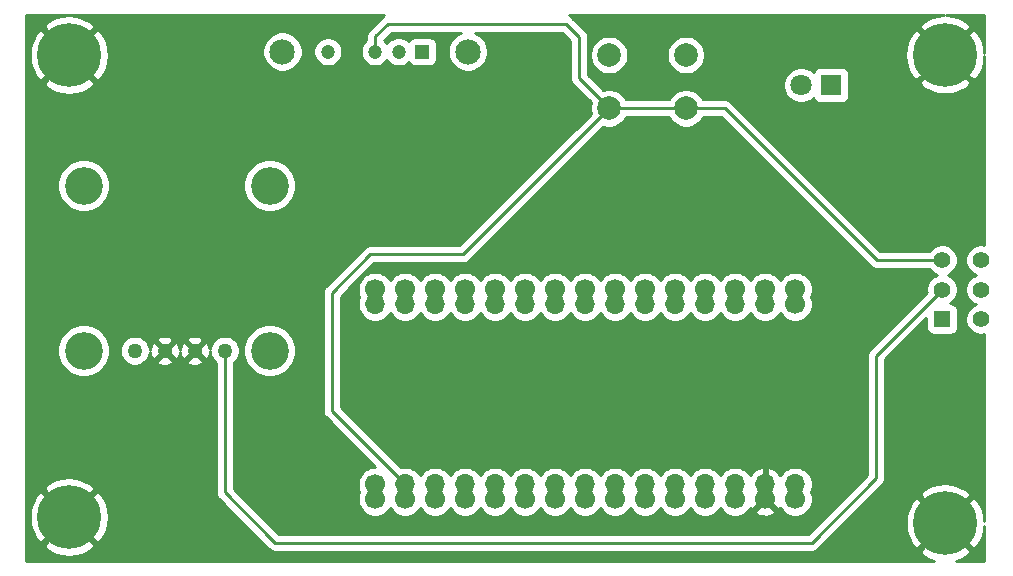
<source format=gbr>
%TF.GenerationSoftware,KiCad,Pcbnew,(5.1.6)-1*%
%TF.CreationDate,2021-03-22T21:05:39-07:00*%
%TF.ProjectId,TSA Location Tracker,54534120-4c6f-4636-9174-696f6e205472,rev?*%
%TF.SameCoordinates,Original*%
%TF.FileFunction,Copper,L2,Bot*%
%TF.FilePolarity,Positive*%
%FSLAX46Y46*%
G04 Gerber Fmt 4.6, Leading zero omitted, Abs format (unit mm)*
G04 Created by KiCad (PCBNEW (5.1.6)-1) date 2021-03-22 21:05:39*
%MOMM*%
%LPD*%
G01*
G04 APERTURE LIST*
%TA.AperFunction,ComponentPad*%
%ADD10C,1.200000*%
%TD*%
%TA.AperFunction,ComponentPad*%
%ADD11R,1.200000X1.200000*%
%TD*%
%TA.AperFunction,ComponentPad*%
%ADD12C,2.150000*%
%TD*%
%TA.AperFunction,ComponentPad*%
%ADD13O,1.700000X1.700000*%
%TD*%
%TA.AperFunction,ComponentPad*%
%ADD14C,1.700000*%
%TD*%
%TA.AperFunction,ComponentPad*%
%ADD15R,1.800000X1.800000*%
%TD*%
%TA.AperFunction,ComponentPad*%
%ADD16C,1.800000*%
%TD*%
%TA.AperFunction,ComponentPad*%
%ADD17C,5.400000*%
%TD*%
%TA.AperFunction,ComponentPad*%
%ADD18C,2.000000*%
%TD*%
%TA.AperFunction,ComponentPad*%
%ADD19C,3.199892*%
%TD*%
%TA.AperFunction,ComponentPad*%
%ADD20C,1.270000*%
%TD*%
%TA.AperFunction,ComponentPad*%
%ADD21C,1.400000*%
%TD*%
%TA.AperFunction,ComponentPad*%
%ADD22R,1.400000X1.400000*%
%TD*%
%TA.AperFunction,ViaPad*%
%ADD23C,2.200000*%
%TD*%
%TA.AperFunction,Conductor*%
%ADD24C,0.250000*%
%TD*%
%TA.AperFunction,Conductor*%
%ADD25C,0.254000*%
%TD*%
G04 APERTURE END LIST*
D10*
%TO.P,Mode_Switch1,4*%
%TO.N,Net-(Arduino1-Pad26)*%
X91250000Y-48728000D03*
%TO.P,Mode_Switch1,3*%
%TO.N,Net-(Arduino1-Pad2)*%
X95250000Y-48728000D03*
%TO.P,Mode_Switch1,2*%
%TO.N,Net-(Arduino1-Pad27)*%
X97250000Y-48728000D03*
D11*
%TO.P,Mode_Switch1,1*%
%TO.N,Net-(Arduino1-Pad28)*%
X99250000Y-48728000D03*
D12*
%TO.P,Mode_Switch1,6*%
%TO.N,N/C*%
X87400000Y-48728000D03*
%TO.P,Mode_Switch1,5*%
X103099999Y-48728000D03*
%TD*%
D13*
%TO.P,Arduino1,30*%
%TO.N,Net-(Arduino1-Pad30)*%
X95250000Y-70104000D03*
%TO.P,Arduino1,29*%
%TO.N,Net-(Arduino1-Pad29)*%
X97790000Y-70104000D03*
%TO.P,Arduino1,28*%
%TO.N,Net-(Arduino1-Pad28)*%
X100330000Y-70104000D03*
%TO.P,Arduino1,27*%
%TO.N,Net-(Arduino1-Pad27)*%
X102870000Y-70104000D03*
%TO.P,Arduino1,26*%
%TO.N,Net-(Arduino1-Pad26)*%
X105410000Y-70104000D03*
%TO.P,Arduino1,25*%
%TO.N,Net-(Arduino1-Pad25)*%
X107950000Y-70104000D03*
%TO.P,Arduino1,24*%
%TO.N,Net-(Arduino1-Pad24)*%
X110490000Y-70104000D03*
%TO.P,Arduino1,23*%
%TO.N,Net-(Arduino1-Pad23)*%
X113030000Y-70104000D03*
%TO.P,Arduino1,22*%
%TO.N,Net-(Arduino1-Pad22)*%
X115570000Y-70104000D03*
%TO.P,Arduino1,21*%
%TO.N,Net-(Arduino1-Pad21)*%
X118110000Y-70104000D03*
%TO.P,Arduino1,20*%
%TO.N,Net-(Arduino1-Pad20)*%
X120650000Y-70104000D03*
%TO.P,Arduino1,19*%
%TO.N,Net-(Arduino1-Pad19)*%
X123190000Y-70104000D03*
%TO.P,Arduino1,18*%
%TO.N,Net-(Arduino1-Pad18)*%
X125730000Y-70104000D03*
%TO.P,Arduino1,17*%
%TO.N,Net-(Arduino1-Pad17)*%
X128270000Y-70104000D03*
D14*
%TO.P,Arduino1,16*%
%TO.N,Net-(Arduino1-Pad16)*%
X130810000Y-70104000D03*
X130810000Y-68834000D03*
%TO.P,Arduino1,17*%
%TO.N,Net-(Arduino1-Pad17)*%
X128270000Y-68834000D03*
%TO.P,Arduino1,18*%
%TO.N,Net-(Arduino1-Pad18)*%
X125730000Y-68834000D03*
%TO.P,Arduino1,19*%
%TO.N,Net-(Arduino1-Pad19)*%
X123190000Y-68834000D03*
%TO.P,Arduino1,21*%
%TO.N,Net-(Arduino1-Pad21)*%
X118110000Y-68834000D03*
%TO.P,Arduino1,20*%
%TO.N,Net-(Arduino1-Pad20)*%
X120650000Y-68834000D03*
%TO.P,Arduino1,22*%
%TO.N,Net-(Arduino1-Pad22)*%
X115570000Y-68834000D03*
%TO.P,Arduino1,24*%
%TO.N,Net-(Arduino1-Pad24)*%
X110490000Y-68834000D03*
%TO.P,Arduino1,23*%
%TO.N,Net-(Arduino1-Pad23)*%
X113030000Y-68834000D03*
%TO.P,Arduino1,26*%
%TO.N,Net-(Arduino1-Pad26)*%
X105410000Y-68834000D03*
%TO.P,Arduino1,27*%
%TO.N,Net-(Arduino1-Pad27)*%
X102870000Y-68834000D03*
%TO.P,Arduino1,25*%
%TO.N,Net-(Arduino1-Pad25)*%
X107950000Y-68834000D03*
%TO.P,Arduino1,28*%
%TO.N,Net-(Arduino1-Pad28)*%
X100330000Y-68834000D03*
%TO.P,Arduino1,30*%
%TO.N,Net-(Arduino1-Pad30)*%
X95250000Y-68834000D03*
%TO.P,Arduino1,29*%
%TO.N,Net-(Arduino1-Pad29)*%
X97790000Y-68834000D03*
%TO.P,Arduino1,3*%
%TO.N,Net-(Arduino1-Pad3)*%
X100330000Y-86614000D03*
%TO.P,Arduino1,13*%
%TO.N,Net-(Arduino1-Pad13)*%
X125730000Y-86614000D03*
%TO.P,Arduino1,2*%
%TO.N,Net-(Arduino1-Pad2)*%
X97790000Y-86614000D03*
%TO.P,Arduino1,15*%
%TO.N,Net-(Arduino1-Pad15)*%
X130810000Y-86614000D03*
%TO.P,Arduino1,5*%
%TO.N,Net-(Arduino1-Pad5)*%
X105410000Y-86614000D03*
%TO.P,Arduino1,14*%
%TO.N,GND*%
X128270000Y-86614000D03*
D13*
%TO.P,Arduino1,12*%
%TO.N,Net-(Arduino1-Pad12)*%
X123190000Y-85344000D03*
%TO.P,Arduino1,15*%
%TO.N,Net-(Arduino1-Pad15)*%
X130810000Y-85344000D03*
D14*
%TO.P,Arduino1,1*%
%TO.N,Net-(Arduino1-Pad1)*%
X95250000Y-85344000D03*
D13*
%TO.P,Arduino1,2*%
%TO.N,Net-(Arduino1-Pad2)*%
X97790000Y-85344000D03*
%TO.P,Arduino1,3*%
%TO.N,Net-(Arduino1-Pad3)*%
X100330000Y-85344000D03*
%TO.P,Arduino1,4*%
%TO.N,Net-(Arduino1-Pad4)*%
X102870000Y-85344000D03*
%TO.P,Arduino1,5*%
%TO.N,Net-(Arduino1-Pad5)*%
X105410000Y-85344000D03*
%TO.P,Arduino1,14*%
%TO.N,GND*%
X128270000Y-85344000D03*
%TO.P,Arduino1,6*%
%TO.N,Net-(Arduino1-Pad6)*%
X107950000Y-85344000D03*
D14*
%TO.P,Arduino1,11*%
%TO.N,Net-(Arduino1-Pad11)*%
X120650000Y-86614000D03*
D13*
X120650000Y-85344000D03*
%TO.P,Arduino1,10*%
%TO.N,Net-(Arduino1-Pad10)*%
X118110000Y-85344000D03*
%TO.P,Arduino1,7*%
%TO.N,Net-(Arduino1-Pad7)*%
X110490000Y-85344000D03*
D14*
%TO.P,Arduino1,10*%
%TO.N,Net-(Arduino1-Pad10)*%
X118110000Y-86614000D03*
%TO.P,Arduino1,6*%
%TO.N,Net-(Arduino1-Pad6)*%
X107950000Y-86614000D03*
%TO.P,Arduino1,9*%
%TO.N,Net-(Arduino1-Pad9)*%
X115570000Y-86614000D03*
%TO.P,Arduino1,8*%
%TO.N,Net-(Arduino1-Pad8)*%
X113030000Y-86614000D03*
%TO.P,Arduino1,4*%
%TO.N,Net-(Arduino1-Pad4)*%
X102870000Y-86614000D03*
D13*
%TO.P,Arduino1,8*%
%TO.N,Net-(Arduino1-Pad8)*%
X113030000Y-85344000D03*
%TO.P,Arduino1,9*%
%TO.N,Net-(Arduino1-Pad9)*%
X115570000Y-85344000D03*
D14*
%TO.P,Arduino1,1*%
%TO.N,Net-(Arduino1-Pad1)*%
X95250000Y-86614000D03*
D13*
%TO.P,Arduino1,13*%
%TO.N,Net-(Arduino1-Pad13)*%
X125730000Y-85344000D03*
D14*
%TO.P,Arduino1,7*%
%TO.N,Net-(Arduino1-Pad7)*%
X110490000Y-86614000D03*
%TO.P,Arduino1,12*%
%TO.N,Net-(Arduino1-Pad12)*%
X123190000Y-86614000D03*
%TD*%
D15*
%TO.P,D1,1*%
%TO.N,Net-(Arduino1-Pad19)*%
X133858000Y-51562000D03*
D16*
%TO.P,D1,2*%
%TO.N,Net-(D1-Pad2)*%
X131318000Y-51562000D03*
%TD*%
D17*
%TO.P,H1,1*%
%TO.N,GND*%
X69342000Y-49022000D03*
%TD*%
%TO.P,H2,1*%
%TO.N,GND*%
X143500000Y-49000000D03*
%TD*%
%TO.P,H3,1*%
%TO.N,GND*%
X69342000Y-88138000D03*
%TD*%
%TO.P,H4,1*%
%TO.N,GND*%
X143510000Y-88646000D03*
%TD*%
D18*
%TO.P,LED_Switch1,1*%
%TO.N,Net-(Arduino1-Pad21)*%
X121562000Y-49022000D03*
%TO.P,LED_Switch1,2*%
%TO.N,Net-(Arduino1-Pad2)*%
X121562000Y-53522000D03*
%TO.P,LED_Switch1,1*%
%TO.N,Net-(Arduino1-Pad21)*%
X115062000Y-49022000D03*
%TO.P,LED_Switch1,2*%
%TO.N,Net-(Arduino1-Pad2)*%
X115062000Y-53522000D03*
%TD*%
D19*
%TO.P,U1,8*%
%TO.N,N/C*%
X86338000Y-60080000D03*
%TO.P,U1,6*%
X86338000Y-74050000D03*
%TO.P,U1,7*%
X70590000Y-60080000D03*
%TO.P,U1,5*%
X70590000Y-74050000D03*
D20*
%TO.P,U1,1*%
X74908000Y-74050000D03*
%TO.P,U1,4*%
%TO.N,Net-(Power_Switch1-Pad2)*%
X82528000Y-74050000D03*
%TO.P,U1,3*%
%TO.N,GND*%
X79988000Y-74050000D03*
%TO.P,U1,2*%
X77448000Y-74050000D03*
%TD*%
D21*
%TO.P,Power_Switch1,6*%
%TO.N,N/C*%
X146556000Y-66374000D03*
%TO.P,Power_Switch1,5*%
X146556000Y-68874000D03*
%TO.P,Power_Switch1,4*%
X146556000Y-71374000D03*
%TO.P,Power_Switch1,3*%
%TO.N,Net-(Arduino1-Pad2)*%
X143256000Y-66374000D03*
%TO.P,Power_Switch1,2*%
%TO.N,Net-(Power_Switch1-Pad2)*%
X143256000Y-68874000D03*
D22*
%TO.P,Power_Switch1,1*%
%TO.N,N/C*%
X143256000Y-71374000D03*
%TD*%
D23*
%TO.N,GND*%
X130610000Y-55470000D03*
X126520000Y-58590000D03*
X100230000Y-53280000D03*
X98080000Y-58100000D03*
%TD*%
D24*
%TO.N,Net-(Arduino1-Pad2)*%
X143256000Y-66374000D02*
X137704000Y-66374000D01*
X124852000Y-53522000D02*
X121562000Y-53522000D01*
X137704000Y-66374000D02*
X124852000Y-53522000D01*
X121562000Y-53522000D02*
X115062000Y-53522000D01*
X115062000Y-53522000D02*
X112530000Y-50990000D01*
X112530000Y-50990000D02*
X112530000Y-47500000D01*
X112530000Y-47500000D02*
X111390000Y-46360000D01*
X111390000Y-46360000D02*
X96340000Y-46360000D01*
X95250000Y-47450000D02*
X95250000Y-48728000D01*
X96340000Y-46360000D02*
X95250000Y-47450000D01*
X94840000Y-65890000D02*
X91580000Y-69150000D01*
X91580000Y-79134000D02*
X97790000Y-85344000D01*
X115062000Y-53522000D02*
X102694000Y-65890000D01*
X91580000Y-69150000D02*
X91580000Y-79134000D01*
X102694000Y-65890000D02*
X94840000Y-65890000D01*
%TO.N,Net-(Power_Switch1-Pad2)*%
X82528000Y-86048000D02*
X82528000Y-74050000D01*
X86790000Y-90310000D02*
X86560000Y-90080000D01*
X132220000Y-90310000D02*
X86790000Y-90310000D01*
X86560000Y-90080000D02*
X82528000Y-86048000D01*
X137660000Y-84870000D02*
X132220000Y-90310000D01*
X86680000Y-90200000D02*
X86560000Y-90080000D01*
X143256000Y-68874000D02*
X137660000Y-74470000D01*
X137660000Y-74470000D02*
X137660000Y-84870000D01*
%TD*%
D25*
%TO.N,GND*%
G36*
X95915724Y-45725026D02*
G01*
X95799999Y-45819999D01*
X95776201Y-45848997D01*
X94739002Y-46886196D01*
X94709999Y-46909999D01*
X94654871Y-46977174D01*
X94615026Y-47025724D01*
X94545172Y-47156411D01*
X94544454Y-47157754D01*
X94500997Y-47301015D01*
X94490000Y-47412668D01*
X94490000Y-47412678D01*
X94486324Y-47450000D01*
X94490000Y-47487323D01*
X94490000Y-47750494D01*
X94462733Y-47768713D01*
X94290713Y-47940733D01*
X94155557Y-48143008D01*
X94062460Y-48367764D01*
X94015000Y-48606363D01*
X94015000Y-48849637D01*
X94062460Y-49088236D01*
X94155557Y-49312992D01*
X94290713Y-49515267D01*
X94462733Y-49687287D01*
X94665008Y-49822443D01*
X94889764Y-49915540D01*
X95128363Y-49963000D01*
X95371637Y-49963000D01*
X95610236Y-49915540D01*
X95834992Y-49822443D01*
X96037267Y-49687287D01*
X96209287Y-49515267D01*
X96250000Y-49454336D01*
X96290713Y-49515267D01*
X96462733Y-49687287D01*
X96665008Y-49822443D01*
X96889764Y-49915540D01*
X97128363Y-49963000D01*
X97371637Y-49963000D01*
X97610236Y-49915540D01*
X97834992Y-49822443D01*
X98037267Y-49687287D01*
X98092501Y-49632053D01*
X98119463Y-49682494D01*
X98198815Y-49779185D01*
X98295506Y-49858537D01*
X98405820Y-49917502D01*
X98525518Y-49953812D01*
X98650000Y-49966072D01*
X99850000Y-49966072D01*
X99974482Y-49953812D01*
X100094180Y-49917502D01*
X100204494Y-49858537D01*
X100301185Y-49779185D01*
X100380537Y-49682494D01*
X100439502Y-49572180D01*
X100475812Y-49452482D01*
X100488072Y-49328000D01*
X100488072Y-48128000D01*
X100475812Y-48003518D01*
X100439502Y-47883820D01*
X100380537Y-47773506D01*
X100301185Y-47676815D01*
X100204494Y-47597463D01*
X100094180Y-47538498D01*
X99974482Y-47502188D01*
X99850000Y-47489928D01*
X98650000Y-47489928D01*
X98525518Y-47502188D01*
X98405820Y-47538498D01*
X98295506Y-47597463D01*
X98198815Y-47676815D01*
X98119463Y-47773506D01*
X98092501Y-47823947D01*
X98037267Y-47768713D01*
X97834992Y-47633557D01*
X97610236Y-47540460D01*
X97371637Y-47493000D01*
X97128363Y-47493000D01*
X96889764Y-47540460D01*
X96665008Y-47633557D01*
X96462733Y-47768713D01*
X96290713Y-47940733D01*
X96250000Y-48001664D01*
X96209287Y-47940733D01*
X96037267Y-47768713D01*
X96018577Y-47756225D01*
X96654802Y-47120000D01*
X102513608Y-47120000D01*
X102290010Y-47212618D01*
X102009938Y-47399756D01*
X101771755Y-47637939D01*
X101584617Y-47918011D01*
X101455713Y-48229211D01*
X101389999Y-48559580D01*
X101389999Y-48896420D01*
X101455713Y-49226789D01*
X101584617Y-49537989D01*
X101771755Y-49818061D01*
X102009938Y-50056244D01*
X102290010Y-50243382D01*
X102601210Y-50372286D01*
X102931579Y-50438000D01*
X103268419Y-50438000D01*
X103598788Y-50372286D01*
X103909988Y-50243382D01*
X104190060Y-50056244D01*
X104428243Y-49818061D01*
X104615381Y-49537989D01*
X104744285Y-49226789D01*
X104809999Y-48896420D01*
X104809999Y-48559580D01*
X104744285Y-48229211D01*
X104615381Y-47918011D01*
X104428243Y-47637939D01*
X104190060Y-47399756D01*
X103909988Y-47212618D01*
X103686390Y-47120000D01*
X111075199Y-47120000D01*
X111770001Y-47814803D01*
X111770000Y-50952677D01*
X111766324Y-50990000D01*
X111770000Y-51027322D01*
X111770000Y-51027332D01*
X111780997Y-51138985D01*
X111824454Y-51282246D01*
X111895026Y-51414276D01*
X111934871Y-51462826D01*
X111989999Y-51530001D01*
X112019003Y-51553804D01*
X113495823Y-53030625D01*
X113489832Y-53045088D01*
X113427000Y-53360967D01*
X113427000Y-53683033D01*
X113489832Y-53998912D01*
X113495823Y-54013375D01*
X102379199Y-65130000D01*
X94877322Y-65130000D01*
X94839999Y-65126324D01*
X94802676Y-65130000D01*
X94802667Y-65130000D01*
X94691014Y-65140997D01*
X94547753Y-65184454D01*
X94415724Y-65255026D01*
X94299999Y-65349999D01*
X94276201Y-65378997D01*
X91069003Y-68586196D01*
X91039999Y-68609999D01*
X90985778Y-68676068D01*
X90945026Y-68725724D01*
X90911733Y-68788010D01*
X90874454Y-68857754D01*
X90830997Y-69001015D01*
X90820000Y-69112668D01*
X90820000Y-69112678D01*
X90816324Y-69150000D01*
X90820000Y-69187322D01*
X90820001Y-79096668D01*
X90816324Y-79134000D01*
X90830998Y-79282985D01*
X90874454Y-79426246D01*
X90945026Y-79558276D01*
X91016201Y-79645002D01*
X91040000Y-79674001D01*
X91068998Y-79697799D01*
X95230198Y-83859000D01*
X95103740Y-83859000D01*
X94816842Y-83916068D01*
X94546589Y-84028010D01*
X94303368Y-84190525D01*
X94096525Y-84397368D01*
X93934010Y-84640589D01*
X93822068Y-84910842D01*
X93765000Y-85197740D01*
X93765000Y-85490260D01*
X93822068Y-85777158D01*
X93905673Y-85979000D01*
X93822068Y-86180842D01*
X93765000Y-86467740D01*
X93765000Y-86760260D01*
X93822068Y-87047158D01*
X93934010Y-87317411D01*
X94096525Y-87560632D01*
X94303368Y-87767475D01*
X94546589Y-87929990D01*
X94816842Y-88041932D01*
X95103740Y-88099000D01*
X95396260Y-88099000D01*
X95683158Y-88041932D01*
X95953411Y-87929990D01*
X96196632Y-87767475D01*
X96403475Y-87560632D01*
X96520000Y-87386240D01*
X96636525Y-87560632D01*
X96843368Y-87767475D01*
X97086589Y-87929990D01*
X97356842Y-88041932D01*
X97643740Y-88099000D01*
X97936260Y-88099000D01*
X98223158Y-88041932D01*
X98493411Y-87929990D01*
X98736632Y-87767475D01*
X98943475Y-87560632D01*
X99060000Y-87386240D01*
X99176525Y-87560632D01*
X99383368Y-87767475D01*
X99626589Y-87929990D01*
X99896842Y-88041932D01*
X100183740Y-88099000D01*
X100476260Y-88099000D01*
X100763158Y-88041932D01*
X101033411Y-87929990D01*
X101276632Y-87767475D01*
X101483475Y-87560632D01*
X101600000Y-87386240D01*
X101716525Y-87560632D01*
X101923368Y-87767475D01*
X102166589Y-87929990D01*
X102436842Y-88041932D01*
X102723740Y-88099000D01*
X103016260Y-88099000D01*
X103303158Y-88041932D01*
X103573411Y-87929990D01*
X103816632Y-87767475D01*
X104023475Y-87560632D01*
X104140000Y-87386240D01*
X104256525Y-87560632D01*
X104463368Y-87767475D01*
X104706589Y-87929990D01*
X104976842Y-88041932D01*
X105263740Y-88099000D01*
X105556260Y-88099000D01*
X105843158Y-88041932D01*
X106113411Y-87929990D01*
X106356632Y-87767475D01*
X106563475Y-87560632D01*
X106680000Y-87386240D01*
X106796525Y-87560632D01*
X107003368Y-87767475D01*
X107246589Y-87929990D01*
X107516842Y-88041932D01*
X107803740Y-88099000D01*
X108096260Y-88099000D01*
X108383158Y-88041932D01*
X108653411Y-87929990D01*
X108896632Y-87767475D01*
X109103475Y-87560632D01*
X109220000Y-87386240D01*
X109336525Y-87560632D01*
X109543368Y-87767475D01*
X109786589Y-87929990D01*
X110056842Y-88041932D01*
X110343740Y-88099000D01*
X110636260Y-88099000D01*
X110923158Y-88041932D01*
X111193411Y-87929990D01*
X111436632Y-87767475D01*
X111643475Y-87560632D01*
X111760000Y-87386240D01*
X111876525Y-87560632D01*
X112083368Y-87767475D01*
X112326589Y-87929990D01*
X112596842Y-88041932D01*
X112883740Y-88099000D01*
X113176260Y-88099000D01*
X113463158Y-88041932D01*
X113733411Y-87929990D01*
X113976632Y-87767475D01*
X114183475Y-87560632D01*
X114300000Y-87386240D01*
X114416525Y-87560632D01*
X114623368Y-87767475D01*
X114866589Y-87929990D01*
X115136842Y-88041932D01*
X115423740Y-88099000D01*
X115716260Y-88099000D01*
X116003158Y-88041932D01*
X116273411Y-87929990D01*
X116516632Y-87767475D01*
X116723475Y-87560632D01*
X116840000Y-87386240D01*
X116956525Y-87560632D01*
X117163368Y-87767475D01*
X117406589Y-87929990D01*
X117676842Y-88041932D01*
X117963740Y-88099000D01*
X118256260Y-88099000D01*
X118543158Y-88041932D01*
X118813411Y-87929990D01*
X119056632Y-87767475D01*
X119263475Y-87560632D01*
X119380000Y-87386240D01*
X119496525Y-87560632D01*
X119703368Y-87767475D01*
X119946589Y-87929990D01*
X120216842Y-88041932D01*
X120503740Y-88099000D01*
X120796260Y-88099000D01*
X121083158Y-88041932D01*
X121353411Y-87929990D01*
X121596632Y-87767475D01*
X121803475Y-87560632D01*
X121920000Y-87386240D01*
X122036525Y-87560632D01*
X122243368Y-87767475D01*
X122486589Y-87929990D01*
X122756842Y-88041932D01*
X123043740Y-88099000D01*
X123336260Y-88099000D01*
X123623158Y-88041932D01*
X123893411Y-87929990D01*
X124136632Y-87767475D01*
X124343475Y-87560632D01*
X124460000Y-87386240D01*
X124576525Y-87560632D01*
X124783368Y-87767475D01*
X125026589Y-87929990D01*
X125296842Y-88041932D01*
X125583740Y-88099000D01*
X125876260Y-88099000D01*
X126163158Y-88041932D01*
X126433411Y-87929990D01*
X126676632Y-87767475D01*
X126883475Y-87560632D01*
X126999311Y-87387271D01*
X127241603Y-87462792D01*
X127925410Y-86778985D01*
X128142998Y-86664156D01*
X128142998Y-86829000D01*
X128234605Y-86829000D01*
X127421208Y-87642397D01*
X127498843Y-87891472D01*
X127762883Y-88017371D01*
X128046411Y-88089339D01*
X128338531Y-88104611D01*
X128628019Y-88062599D01*
X128903747Y-87964919D01*
X129041157Y-87891472D01*
X129118792Y-87642397D01*
X128305395Y-86829000D01*
X128397002Y-86829000D01*
X128397002Y-86664156D01*
X128614590Y-86778985D01*
X129298397Y-87462792D01*
X129540689Y-87387271D01*
X129656525Y-87560632D01*
X129863368Y-87767475D01*
X130106589Y-87929990D01*
X130376842Y-88041932D01*
X130663740Y-88099000D01*
X130956260Y-88099000D01*
X131243158Y-88041932D01*
X131513411Y-87929990D01*
X131756632Y-87767475D01*
X131963475Y-87560632D01*
X132125990Y-87317411D01*
X132237932Y-87047158D01*
X132295000Y-86760260D01*
X132295000Y-86467740D01*
X132237932Y-86180842D01*
X132154327Y-85979000D01*
X132237932Y-85777158D01*
X132295000Y-85490260D01*
X132295000Y-85197740D01*
X132237932Y-84910842D01*
X132125990Y-84640589D01*
X131963475Y-84397368D01*
X131756632Y-84190525D01*
X131513411Y-84028010D01*
X131243158Y-83916068D01*
X130956260Y-83859000D01*
X130663740Y-83859000D01*
X130376842Y-83916068D01*
X130106589Y-84028010D01*
X129863368Y-84190525D01*
X129656525Y-84397368D01*
X129534805Y-84579534D01*
X129465178Y-84462645D01*
X129270269Y-84246412D01*
X129036920Y-84072359D01*
X128774099Y-83947175D01*
X128626890Y-83902524D01*
X128397000Y-84023845D01*
X128397000Y-85133611D01*
X128201469Y-85123389D01*
X128143000Y-85131874D01*
X128143000Y-84023845D01*
X127913110Y-83902524D01*
X127765901Y-83947175D01*
X127503080Y-84072359D01*
X127269731Y-84246412D01*
X127074822Y-84462645D01*
X127005195Y-84579534D01*
X126883475Y-84397368D01*
X126676632Y-84190525D01*
X126433411Y-84028010D01*
X126163158Y-83916068D01*
X125876260Y-83859000D01*
X125583740Y-83859000D01*
X125296842Y-83916068D01*
X125026589Y-84028010D01*
X124783368Y-84190525D01*
X124576525Y-84397368D01*
X124460000Y-84571760D01*
X124343475Y-84397368D01*
X124136632Y-84190525D01*
X123893411Y-84028010D01*
X123623158Y-83916068D01*
X123336260Y-83859000D01*
X123043740Y-83859000D01*
X122756842Y-83916068D01*
X122486589Y-84028010D01*
X122243368Y-84190525D01*
X122036525Y-84397368D01*
X121920000Y-84571760D01*
X121803475Y-84397368D01*
X121596632Y-84190525D01*
X121353411Y-84028010D01*
X121083158Y-83916068D01*
X120796260Y-83859000D01*
X120503740Y-83859000D01*
X120216842Y-83916068D01*
X119946589Y-84028010D01*
X119703368Y-84190525D01*
X119496525Y-84397368D01*
X119380000Y-84571760D01*
X119263475Y-84397368D01*
X119056632Y-84190525D01*
X118813411Y-84028010D01*
X118543158Y-83916068D01*
X118256260Y-83859000D01*
X117963740Y-83859000D01*
X117676842Y-83916068D01*
X117406589Y-84028010D01*
X117163368Y-84190525D01*
X116956525Y-84397368D01*
X116840000Y-84571760D01*
X116723475Y-84397368D01*
X116516632Y-84190525D01*
X116273411Y-84028010D01*
X116003158Y-83916068D01*
X115716260Y-83859000D01*
X115423740Y-83859000D01*
X115136842Y-83916068D01*
X114866589Y-84028010D01*
X114623368Y-84190525D01*
X114416525Y-84397368D01*
X114300000Y-84571760D01*
X114183475Y-84397368D01*
X113976632Y-84190525D01*
X113733411Y-84028010D01*
X113463158Y-83916068D01*
X113176260Y-83859000D01*
X112883740Y-83859000D01*
X112596842Y-83916068D01*
X112326589Y-84028010D01*
X112083368Y-84190525D01*
X111876525Y-84397368D01*
X111760000Y-84571760D01*
X111643475Y-84397368D01*
X111436632Y-84190525D01*
X111193411Y-84028010D01*
X110923158Y-83916068D01*
X110636260Y-83859000D01*
X110343740Y-83859000D01*
X110056842Y-83916068D01*
X109786589Y-84028010D01*
X109543368Y-84190525D01*
X109336525Y-84397368D01*
X109220000Y-84571760D01*
X109103475Y-84397368D01*
X108896632Y-84190525D01*
X108653411Y-84028010D01*
X108383158Y-83916068D01*
X108096260Y-83859000D01*
X107803740Y-83859000D01*
X107516842Y-83916068D01*
X107246589Y-84028010D01*
X107003368Y-84190525D01*
X106796525Y-84397368D01*
X106680000Y-84571760D01*
X106563475Y-84397368D01*
X106356632Y-84190525D01*
X106113411Y-84028010D01*
X105843158Y-83916068D01*
X105556260Y-83859000D01*
X105263740Y-83859000D01*
X104976842Y-83916068D01*
X104706589Y-84028010D01*
X104463368Y-84190525D01*
X104256525Y-84397368D01*
X104140000Y-84571760D01*
X104023475Y-84397368D01*
X103816632Y-84190525D01*
X103573411Y-84028010D01*
X103303158Y-83916068D01*
X103016260Y-83859000D01*
X102723740Y-83859000D01*
X102436842Y-83916068D01*
X102166589Y-84028010D01*
X101923368Y-84190525D01*
X101716525Y-84397368D01*
X101600000Y-84571760D01*
X101483475Y-84397368D01*
X101276632Y-84190525D01*
X101033411Y-84028010D01*
X100763158Y-83916068D01*
X100476260Y-83859000D01*
X100183740Y-83859000D01*
X99896842Y-83916068D01*
X99626589Y-84028010D01*
X99383368Y-84190525D01*
X99176525Y-84397368D01*
X99060000Y-84571760D01*
X98943475Y-84397368D01*
X98736632Y-84190525D01*
X98493411Y-84028010D01*
X98223158Y-83916068D01*
X97936260Y-83859000D01*
X97643740Y-83859000D01*
X97423592Y-83902790D01*
X92340000Y-78819199D01*
X92340000Y-69464801D01*
X93117061Y-68687740D01*
X93765000Y-68687740D01*
X93765000Y-68980260D01*
X93822068Y-69267158D01*
X93905673Y-69469000D01*
X93822068Y-69670842D01*
X93765000Y-69957740D01*
X93765000Y-70250260D01*
X93822068Y-70537158D01*
X93934010Y-70807411D01*
X94096525Y-71050632D01*
X94303368Y-71257475D01*
X94546589Y-71419990D01*
X94816842Y-71531932D01*
X95103740Y-71589000D01*
X95396260Y-71589000D01*
X95683158Y-71531932D01*
X95953411Y-71419990D01*
X96196632Y-71257475D01*
X96403475Y-71050632D01*
X96520000Y-70876240D01*
X96636525Y-71050632D01*
X96843368Y-71257475D01*
X97086589Y-71419990D01*
X97356842Y-71531932D01*
X97643740Y-71589000D01*
X97936260Y-71589000D01*
X98223158Y-71531932D01*
X98493411Y-71419990D01*
X98736632Y-71257475D01*
X98943475Y-71050632D01*
X99060000Y-70876240D01*
X99176525Y-71050632D01*
X99383368Y-71257475D01*
X99626589Y-71419990D01*
X99896842Y-71531932D01*
X100183740Y-71589000D01*
X100476260Y-71589000D01*
X100763158Y-71531932D01*
X101033411Y-71419990D01*
X101276632Y-71257475D01*
X101483475Y-71050632D01*
X101600000Y-70876240D01*
X101716525Y-71050632D01*
X101923368Y-71257475D01*
X102166589Y-71419990D01*
X102436842Y-71531932D01*
X102723740Y-71589000D01*
X103016260Y-71589000D01*
X103303158Y-71531932D01*
X103573411Y-71419990D01*
X103816632Y-71257475D01*
X104023475Y-71050632D01*
X104140000Y-70876240D01*
X104256525Y-71050632D01*
X104463368Y-71257475D01*
X104706589Y-71419990D01*
X104976842Y-71531932D01*
X105263740Y-71589000D01*
X105556260Y-71589000D01*
X105843158Y-71531932D01*
X106113411Y-71419990D01*
X106356632Y-71257475D01*
X106563475Y-71050632D01*
X106680000Y-70876240D01*
X106796525Y-71050632D01*
X107003368Y-71257475D01*
X107246589Y-71419990D01*
X107516842Y-71531932D01*
X107803740Y-71589000D01*
X108096260Y-71589000D01*
X108383158Y-71531932D01*
X108653411Y-71419990D01*
X108896632Y-71257475D01*
X109103475Y-71050632D01*
X109220000Y-70876240D01*
X109336525Y-71050632D01*
X109543368Y-71257475D01*
X109786589Y-71419990D01*
X110056842Y-71531932D01*
X110343740Y-71589000D01*
X110636260Y-71589000D01*
X110923158Y-71531932D01*
X111193411Y-71419990D01*
X111436632Y-71257475D01*
X111643475Y-71050632D01*
X111760000Y-70876240D01*
X111876525Y-71050632D01*
X112083368Y-71257475D01*
X112326589Y-71419990D01*
X112596842Y-71531932D01*
X112883740Y-71589000D01*
X113176260Y-71589000D01*
X113463158Y-71531932D01*
X113733411Y-71419990D01*
X113976632Y-71257475D01*
X114183475Y-71050632D01*
X114300000Y-70876240D01*
X114416525Y-71050632D01*
X114623368Y-71257475D01*
X114866589Y-71419990D01*
X115136842Y-71531932D01*
X115423740Y-71589000D01*
X115716260Y-71589000D01*
X116003158Y-71531932D01*
X116273411Y-71419990D01*
X116516632Y-71257475D01*
X116723475Y-71050632D01*
X116840000Y-70876240D01*
X116956525Y-71050632D01*
X117163368Y-71257475D01*
X117406589Y-71419990D01*
X117676842Y-71531932D01*
X117963740Y-71589000D01*
X118256260Y-71589000D01*
X118543158Y-71531932D01*
X118813411Y-71419990D01*
X119056632Y-71257475D01*
X119263475Y-71050632D01*
X119380000Y-70876240D01*
X119496525Y-71050632D01*
X119703368Y-71257475D01*
X119946589Y-71419990D01*
X120216842Y-71531932D01*
X120503740Y-71589000D01*
X120796260Y-71589000D01*
X121083158Y-71531932D01*
X121353411Y-71419990D01*
X121596632Y-71257475D01*
X121803475Y-71050632D01*
X121920000Y-70876240D01*
X122036525Y-71050632D01*
X122243368Y-71257475D01*
X122486589Y-71419990D01*
X122756842Y-71531932D01*
X123043740Y-71589000D01*
X123336260Y-71589000D01*
X123623158Y-71531932D01*
X123893411Y-71419990D01*
X124136632Y-71257475D01*
X124343475Y-71050632D01*
X124460000Y-70876240D01*
X124576525Y-71050632D01*
X124783368Y-71257475D01*
X125026589Y-71419990D01*
X125296842Y-71531932D01*
X125583740Y-71589000D01*
X125876260Y-71589000D01*
X126163158Y-71531932D01*
X126433411Y-71419990D01*
X126676632Y-71257475D01*
X126883475Y-71050632D01*
X127000000Y-70876240D01*
X127116525Y-71050632D01*
X127323368Y-71257475D01*
X127566589Y-71419990D01*
X127836842Y-71531932D01*
X128123740Y-71589000D01*
X128416260Y-71589000D01*
X128703158Y-71531932D01*
X128973411Y-71419990D01*
X129216632Y-71257475D01*
X129423475Y-71050632D01*
X129540000Y-70876240D01*
X129656525Y-71050632D01*
X129863368Y-71257475D01*
X130106589Y-71419990D01*
X130376842Y-71531932D01*
X130663740Y-71589000D01*
X130956260Y-71589000D01*
X131243158Y-71531932D01*
X131513411Y-71419990D01*
X131756632Y-71257475D01*
X131963475Y-71050632D01*
X132125990Y-70807411D01*
X132237932Y-70537158D01*
X132295000Y-70250260D01*
X132295000Y-69957740D01*
X132237932Y-69670842D01*
X132154327Y-69469000D01*
X132237932Y-69267158D01*
X132295000Y-68980260D01*
X132295000Y-68687740D01*
X132237932Y-68400842D01*
X132125990Y-68130589D01*
X131963475Y-67887368D01*
X131756632Y-67680525D01*
X131513411Y-67518010D01*
X131243158Y-67406068D01*
X130956260Y-67349000D01*
X130663740Y-67349000D01*
X130376842Y-67406068D01*
X130106589Y-67518010D01*
X129863368Y-67680525D01*
X129656525Y-67887368D01*
X129540000Y-68061760D01*
X129423475Y-67887368D01*
X129216632Y-67680525D01*
X128973411Y-67518010D01*
X128703158Y-67406068D01*
X128416260Y-67349000D01*
X128123740Y-67349000D01*
X127836842Y-67406068D01*
X127566589Y-67518010D01*
X127323368Y-67680525D01*
X127116525Y-67887368D01*
X127000000Y-68061760D01*
X126883475Y-67887368D01*
X126676632Y-67680525D01*
X126433411Y-67518010D01*
X126163158Y-67406068D01*
X125876260Y-67349000D01*
X125583740Y-67349000D01*
X125296842Y-67406068D01*
X125026589Y-67518010D01*
X124783368Y-67680525D01*
X124576525Y-67887368D01*
X124460000Y-68061760D01*
X124343475Y-67887368D01*
X124136632Y-67680525D01*
X123893411Y-67518010D01*
X123623158Y-67406068D01*
X123336260Y-67349000D01*
X123043740Y-67349000D01*
X122756842Y-67406068D01*
X122486589Y-67518010D01*
X122243368Y-67680525D01*
X122036525Y-67887368D01*
X121920000Y-68061760D01*
X121803475Y-67887368D01*
X121596632Y-67680525D01*
X121353411Y-67518010D01*
X121083158Y-67406068D01*
X120796260Y-67349000D01*
X120503740Y-67349000D01*
X120216842Y-67406068D01*
X119946589Y-67518010D01*
X119703368Y-67680525D01*
X119496525Y-67887368D01*
X119380000Y-68061760D01*
X119263475Y-67887368D01*
X119056632Y-67680525D01*
X118813411Y-67518010D01*
X118543158Y-67406068D01*
X118256260Y-67349000D01*
X117963740Y-67349000D01*
X117676842Y-67406068D01*
X117406589Y-67518010D01*
X117163368Y-67680525D01*
X116956525Y-67887368D01*
X116840000Y-68061760D01*
X116723475Y-67887368D01*
X116516632Y-67680525D01*
X116273411Y-67518010D01*
X116003158Y-67406068D01*
X115716260Y-67349000D01*
X115423740Y-67349000D01*
X115136842Y-67406068D01*
X114866589Y-67518010D01*
X114623368Y-67680525D01*
X114416525Y-67887368D01*
X114300000Y-68061760D01*
X114183475Y-67887368D01*
X113976632Y-67680525D01*
X113733411Y-67518010D01*
X113463158Y-67406068D01*
X113176260Y-67349000D01*
X112883740Y-67349000D01*
X112596842Y-67406068D01*
X112326589Y-67518010D01*
X112083368Y-67680525D01*
X111876525Y-67887368D01*
X111760000Y-68061760D01*
X111643475Y-67887368D01*
X111436632Y-67680525D01*
X111193411Y-67518010D01*
X110923158Y-67406068D01*
X110636260Y-67349000D01*
X110343740Y-67349000D01*
X110056842Y-67406068D01*
X109786589Y-67518010D01*
X109543368Y-67680525D01*
X109336525Y-67887368D01*
X109220000Y-68061760D01*
X109103475Y-67887368D01*
X108896632Y-67680525D01*
X108653411Y-67518010D01*
X108383158Y-67406068D01*
X108096260Y-67349000D01*
X107803740Y-67349000D01*
X107516842Y-67406068D01*
X107246589Y-67518010D01*
X107003368Y-67680525D01*
X106796525Y-67887368D01*
X106680000Y-68061760D01*
X106563475Y-67887368D01*
X106356632Y-67680525D01*
X106113411Y-67518010D01*
X105843158Y-67406068D01*
X105556260Y-67349000D01*
X105263740Y-67349000D01*
X104976842Y-67406068D01*
X104706589Y-67518010D01*
X104463368Y-67680525D01*
X104256525Y-67887368D01*
X104140000Y-68061760D01*
X104023475Y-67887368D01*
X103816632Y-67680525D01*
X103573411Y-67518010D01*
X103303158Y-67406068D01*
X103016260Y-67349000D01*
X102723740Y-67349000D01*
X102436842Y-67406068D01*
X102166589Y-67518010D01*
X101923368Y-67680525D01*
X101716525Y-67887368D01*
X101600000Y-68061760D01*
X101483475Y-67887368D01*
X101276632Y-67680525D01*
X101033411Y-67518010D01*
X100763158Y-67406068D01*
X100476260Y-67349000D01*
X100183740Y-67349000D01*
X99896842Y-67406068D01*
X99626589Y-67518010D01*
X99383368Y-67680525D01*
X99176525Y-67887368D01*
X99060000Y-68061760D01*
X98943475Y-67887368D01*
X98736632Y-67680525D01*
X98493411Y-67518010D01*
X98223158Y-67406068D01*
X97936260Y-67349000D01*
X97643740Y-67349000D01*
X97356842Y-67406068D01*
X97086589Y-67518010D01*
X96843368Y-67680525D01*
X96636525Y-67887368D01*
X96520000Y-68061760D01*
X96403475Y-67887368D01*
X96196632Y-67680525D01*
X95953411Y-67518010D01*
X95683158Y-67406068D01*
X95396260Y-67349000D01*
X95103740Y-67349000D01*
X94816842Y-67406068D01*
X94546589Y-67518010D01*
X94303368Y-67680525D01*
X94096525Y-67887368D01*
X93934010Y-68130589D01*
X93822068Y-68400842D01*
X93765000Y-68687740D01*
X93117061Y-68687740D01*
X95154802Y-66650000D01*
X102656678Y-66650000D01*
X102694000Y-66653676D01*
X102731322Y-66650000D01*
X102731333Y-66650000D01*
X102842986Y-66639003D01*
X102986247Y-66595546D01*
X103118276Y-66524974D01*
X103234001Y-66430001D01*
X103257804Y-66400997D01*
X114570625Y-55088177D01*
X114585088Y-55094168D01*
X114900967Y-55157000D01*
X115223033Y-55157000D01*
X115538912Y-55094168D01*
X115836463Y-54970918D01*
X116104252Y-54791987D01*
X116331987Y-54564252D01*
X116510918Y-54296463D01*
X116516909Y-54282000D01*
X120107091Y-54282000D01*
X120113082Y-54296463D01*
X120292013Y-54564252D01*
X120519748Y-54791987D01*
X120787537Y-54970918D01*
X121085088Y-55094168D01*
X121400967Y-55157000D01*
X121723033Y-55157000D01*
X122038912Y-55094168D01*
X122336463Y-54970918D01*
X122604252Y-54791987D01*
X122831987Y-54564252D01*
X123010918Y-54296463D01*
X123016909Y-54282000D01*
X124537199Y-54282000D01*
X137140201Y-66885003D01*
X137163999Y-66914001D01*
X137279724Y-67008974D01*
X137411753Y-67079546D01*
X137555014Y-67123003D01*
X137666667Y-67134000D01*
X137666675Y-67134000D01*
X137704000Y-67137676D01*
X137741325Y-67134000D01*
X142158225Y-67134000D01*
X142219038Y-67225013D01*
X142404987Y-67410962D01*
X142623641Y-67557061D01*
X142785246Y-67624000D01*
X142623641Y-67690939D01*
X142404987Y-67837038D01*
X142219038Y-68022987D01*
X142072939Y-68241641D01*
X141972304Y-68484595D01*
X141921000Y-68742514D01*
X141921000Y-69005486D01*
X141942355Y-69112843D01*
X137149003Y-73906196D01*
X137119999Y-73929999D01*
X137084750Y-73972951D01*
X137025026Y-74045724D01*
X136981557Y-74127049D01*
X136954454Y-74177754D01*
X136910997Y-74321015D01*
X136900000Y-74432668D01*
X136900000Y-74432678D01*
X136896324Y-74470000D01*
X136900000Y-74507322D01*
X136900001Y-84555197D01*
X131905199Y-89550000D01*
X87104802Y-89550000D01*
X83288000Y-85733199D01*
X83288000Y-75069600D01*
X83337578Y-75036473D01*
X83514473Y-74859578D01*
X83653459Y-74651571D01*
X83749195Y-74420445D01*
X83798000Y-74175084D01*
X83798000Y-73924916D01*
X83779096Y-73829877D01*
X84103054Y-73829877D01*
X84103054Y-74270123D01*
X84188942Y-74701910D01*
X84357417Y-75108644D01*
X84602004Y-75474695D01*
X84913305Y-75785996D01*
X85279356Y-76030583D01*
X85686090Y-76199058D01*
X86117877Y-76284946D01*
X86558123Y-76284946D01*
X86989910Y-76199058D01*
X87396644Y-76030583D01*
X87762695Y-75785996D01*
X88073996Y-75474695D01*
X88318583Y-75108644D01*
X88487058Y-74701910D01*
X88572946Y-74270123D01*
X88572946Y-73829877D01*
X88487058Y-73398090D01*
X88318583Y-72991356D01*
X88073996Y-72625305D01*
X87762695Y-72314004D01*
X87396644Y-72069417D01*
X86989910Y-71900942D01*
X86558123Y-71815054D01*
X86117877Y-71815054D01*
X85686090Y-71900942D01*
X85279356Y-72069417D01*
X84913305Y-72314004D01*
X84602004Y-72625305D01*
X84357417Y-72991356D01*
X84188942Y-73398090D01*
X84103054Y-73829877D01*
X83779096Y-73829877D01*
X83749195Y-73679555D01*
X83653459Y-73448429D01*
X83514473Y-73240422D01*
X83337578Y-73063527D01*
X83129571Y-72924541D01*
X82898445Y-72828805D01*
X82653084Y-72780000D01*
X82402916Y-72780000D01*
X82157555Y-72828805D01*
X81926429Y-72924541D01*
X81718422Y-73063527D01*
X81541527Y-73240422D01*
X81402541Y-73448429D01*
X81306805Y-73679555D01*
X81258000Y-73924916D01*
X81258000Y-73949078D01*
X81222310Y-73725922D01*
X81135369Y-73491347D01*
X81089946Y-73406369D01*
X80862800Y-73354805D01*
X80167605Y-74050000D01*
X80862800Y-74745195D01*
X81089946Y-74693631D01*
X81194339Y-74466284D01*
X81252373Y-74222941D01*
X81258000Y-74074006D01*
X81258000Y-74175084D01*
X81306805Y-74420445D01*
X81402541Y-74651571D01*
X81541527Y-74859578D01*
X81718422Y-75036473D01*
X81768001Y-75069601D01*
X81768000Y-86010678D01*
X81764324Y-86048000D01*
X81768000Y-86085322D01*
X81768000Y-86085332D01*
X81778997Y-86196985D01*
X81807404Y-86290632D01*
X81822454Y-86340246D01*
X81893026Y-86472276D01*
X81899555Y-86480231D01*
X81987999Y-86588001D01*
X82017003Y-86611804D01*
X86048997Y-90643799D01*
X86049003Y-90643804D01*
X86226196Y-90820997D01*
X86249999Y-90850001D01*
X86365724Y-90944974D01*
X86497753Y-91015546D01*
X86641014Y-91059003D01*
X86752667Y-91070000D01*
X86752676Y-91070000D01*
X86789999Y-91073676D01*
X86827322Y-91070000D01*
X132182678Y-91070000D01*
X132220000Y-91073676D01*
X132257322Y-91070000D01*
X132257333Y-91070000D01*
X132368986Y-91059003D01*
X132512247Y-91015546D01*
X132644276Y-90944974D01*
X132760001Y-90850001D01*
X132783804Y-90820997D01*
X134963370Y-88641431D01*
X140158866Y-88641431D01*
X140222366Y-89295293D01*
X140412208Y-89924203D01*
X140721096Y-90503992D01*
X140726172Y-90511589D01*
X141164626Y-90811769D01*
X143330395Y-88646000D01*
X141164626Y-86480231D01*
X140726172Y-86780411D01*
X140415704Y-87359356D01*
X140224148Y-87987746D01*
X140158866Y-88641431D01*
X134963370Y-88641431D01*
X137304175Y-86300626D01*
X141344231Y-86300626D01*
X143510000Y-88466395D01*
X145675769Y-86300626D01*
X145375589Y-85862172D01*
X144796644Y-85551704D01*
X144168254Y-85360148D01*
X143514569Y-85294866D01*
X142860707Y-85358366D01*
X142231797Y-85548208D01*
X141652008Y-85857096D01*
X141644411Y-85862172D01*
X141344231Y-86300626D01*
X137304175Y-86300626D01*
X138171003Y-85433799D01*
X138200001Y-85410001D01*
X138294974Y-85294276D01*
X138365546Y-85162247D01*
X138409003Y-85018986D01*
X138420000Y-84907333D01*
X138420000Y-84907325D01*
X138423676Y-84870000D01*
X138420000Y-84832675D01*
X138420000Y-74784801D01*
X141917928Y-71286874D01*
X141917928Y-72074000D01*
X141930188Y-72198482D01*
X141966498Y-72318180D01*
X142025463Y-72428494D01*
X142104815Y-72525185D01*
X142201506Y-72604537D01*
X142311820Y-72663502D01*
X142431518Y-72699812D01*
X142556000Y-72712072D01*
X143956000Y-72712072D01*
X144080482Y-72699812D01*
X144200180Y-72663502D01*
X144310494Y-72604537D01*
X144407185Y-72525185D01*
X144486537Y-72428494D01*
X144545502Y-72318180D01*
X144581812Y-72198482D01*
X144594072Y-72074000D01*
X144594072Y-70674000D01*
X144581812Y-70549518D01*
X144545502Y-70429820D01*
X144486537Y-70319506D01*
X144407185Y-70222815D01*
X144310494Y-70143463D01*
X144200180Y-70084498D01*
X144080482Y-70048188D01*
X143956000Y-70035928D01*
X143919987Y-70035928D01*
X144107013Y-69910962D01*
X144292962Y-69725013D01*
X144439061Y-69506359D01*
X144539696Y-69263405D01*
X144591000Y-69005486D01*
X144591000Y-68742514D01*
X144539696Y-68484595D01*
X144439061Y-68241641D01*
X144292962Y-68022987D01*
X144107013Y-67837038D01*
X143888359Y-67690939D01*
X143726754Y-67624000D01*
X143888359Y-67557061D01*
X144107013Y-67410962D01*
X144292962Y-67225013D01*
X144439061Y-67006359D01*
X144539696Y-66763405D01*
X144591000Y-66505486D01*
X144591000Y-66242514D01*
X144539696Y-65984595D01*
X144439061Y-65741641D01*
X144292962Y-65522987D01*
X144107013Y-65337038D01*
X143888359Y-65190939D01*
X143645405Y-65090304D01*
X143387486Y-65039000D01*
X143124514Y-65039000D01*
X142866595Y-65090304D01*
X142623641Y-65190939D01*
X142404987Y-65337038D01*
X142219038Y-65522987D01*
X142158225Y-65614000D01*
X138018802Y-65614000D01*
X125415804Y-53011003D01*
X125392001Y-52981999D01*
X125276276Y-52887026D01*
X125144247Y-52816454D01*
X125000986Y-52772997D01*
X124889333Y-52762000D01*
X124889322Y-52762000D01*
X124852000Y-52758324D01*
X124814678Y-52762000D01*
X123016909Y-52762000D01*
X123010918Y-52747537D01*
X122831987Y-52479748D01*
X122604252Y-52252013D01*
X122336463Y-52073082D01*
X122038912Y-51949832D01*
X121723033Y-51887000D01*
X121400967Y-51887000D01*
X121085088Y-51949832D01*
X120787537Y-52073082D01*
X120519748Y-52252013D01*
X120292013Y-52479748D01*
X120113082Y-52747537D01*
X120107091Y-52762000D01*
X116516909Y-52762000D01*
X116510918Y-52747537D01*
X116331987Y-52479748D01*
X116104252Y-52252013D01*
X115836463Y-52073082D01*
X115538912Y-51949832D01*
X115223033Y-51887000D01*
X114900967Y-51887000D01*
X114585088Y-51949832D01*
X114570625Y-51955823D01*
X114025618Y-51410816D01*
X129783000Y-51410816D01*
X129783000Y-51713184D01*
X129841989Y-52009743D01*
X129957701Y-52289095D01*
X130125688Y-52540505D01*
X130339495Y-52754312D01*
X130590905Y-52922299D01*
X130870257Y-53038011D01*
X131166816Y-53097000D01*
X131469184Y-53097000D01*
X131765743Y-53038011D01*
X132045095Y-52922299D01*
X132296505Y-52754312D01*
X132362944Y-52687873D01*
X132368498Y-52706180D01*
X132427463Y-52816494D01*
X132506815Y-52913185D01*
X132603506Y-52992537D01*
X132713820Y-53051502D01*
X132833518Y-53087812D01*
X132958000Y-53100072D01*
X134758000Y-53100072D01*
X134882482Y-53087812D01*
X135002180Y-53051502D01*
X135112494Y-52992537D01*
X135209185Y-52913185D01*
X135288537Y-52816494D01*
X135347502Y-52706180D01*
X135383812Y-52586482D01*
X135396072Y-52462000D01*
X135396072Y-51345374D01*
X141334231Y-51345374D01*
X141634411Y-51783828D01*
X142213356Y-52094296D01*
X142841746Y-52285852D01*
X143495431Y-52351134D01*
X144149293Y-52287634D01*
X144778203Y-52097792D01*
X145357992Y-51788904D01*
X145365589Y-51783828D01*
X145665769Y-51345374D01*
X143500000Y-49179605D01*
X141334231Y-51345374D01*
X135396072Y-51345374D01*
X135396072Y-50662000D01*
X135383812Y-50537518D01*
X135347502Y-50417820D01*
X135288537Y-50307506D01*
X135209185Y-50210815D01*
X135112494Y-50131463D01*
X135002180Y-50072498D01*
X134882482Y-50036188D01*
X134758000Y-50023928D01*
X132958000Y-50023928D01*
X132833518Y-50036188D01*
X132713820Y-50072498D01*
X132603506Y-50131463D01*
X132506815Y-50210815D01*
X132427463Y-50307506D01*
X132368498Y-50417820D01*
X132362944Y-50436127D01*
X132296505Y-50369688D01*
X132045095Y-50201701D01*
X131765743Y-50085989D01*
X131469184Y-50027000D01*
X131166816Y-50027000D01*
X130870257Y-50085989D01*
X130590905Y-50201701D01*
X130339495Y-50369688D01*
X130125688Y-50583495D01*
X129957701Y-50834905D01*
X129841989Y-51114257D01*
X129783000Y-51410816D01*
X114025618Y-51410816D01*
X113290000Y-50675199D01*
X113290000Y-48860967D01*
X113427000Y-48860967D01*
X113427000Y-49183033D01*
X113489832Y-49498912D01*
X113613082Y-49796463D01*
X113792013Y-50064252D01*
X114019748Y-50291987D01*
X114287537Y-50470918D01*
X114585088Y-50594168D01*
X114900967Y-50657000D01*
X115223033Y-50657000D01*
X115538912Y-50594168D01*
X115836463Y-50470918D01*
X116104252Y-50291987D01*
X116331987Y-50064252D01*
X116510918Y-49796463D01*
X116634168Y-49498912D01*
X116697000Y-49183033D01*
X116697000Y-48860967D01*
X119927000Y-48860967D01*
X119927000Y-49183033D01*
X119989832Y-49498912D01*
X120113082Y-49796463D01*
X120292013Y-50064252D01*
X120519748Y-50291987D01*
X120787537Y-50470918D01*
X121085088Y-50594168D01*
X121400967Y-50657000D01*
X121723033Y-50657000D01*
X122038912Y-50594168D01*
X122336463Y-50470918D01*
X122604252Y-50291987D01*
X122831987Y-50064252D01*
X123010918Y-49796463D01*
X123134168Y-49498912D01*
X123197000Y-49183033D01*
X123197000Y-48995431D01*
X140148866Y-48995431D01*
X140212366Y-49649293D01*
X140402208Y-50278203D01*
X140711096Y-50857992D01*
X140716172Y-50865589D01*
X141154626Y-51165769D01*
X143320395Y-49000000D01*
X141154626Y-46834231D01*
X140716172Y-47134411D01*
X140405704Y-47713356D01*
X140214148Y-48341746D01*
X140148866Y-48995431D01*
X123197000Y-48995431D01*
X123197000Y-48860967D01*
X123134168Y-48545088D01*
X123010918Y-48247537D01*
X122831987Y-47979748D01*
X122604252Y-47752013D01*
X122336463Y-47573082D01*
X122038912Y-47449832D01*
X121723033Y-47387000D01*
X121400967Y-47387000D01*
X121085088Y-47449832D01*
X120787537Y-47573082D01*
X120519748Y-47752013D01*
X120292013Y-47979748D01*
X120113082Y-48247537D01*
X119989832Y-48545088D01*
X119927000Y-48860967D01*
X116697000Y-48860967D01*
X116634168Y-48545088D01*
X116510918Y-48247537D01*
X116331987Y-47979748D01*
X116104252Y-47752013D01*
X115836463Y-47573082D01*
X115538912Y-47449832D01*
X115223033Y-47387000D01*
X114900967Y-47387000D01*
X114585088Y-47449832D01*
X114287537Y-47573082D01*
X114019748Y-47752013D01*
X113792013Y-47979748D01*
X113613082Y-48247537D01*
X113489832Y-48545088D01*
X113427000Y-48860967D01*
X113290000Y-48860967D01*
X113290000Y-47537322D01*
X113293676Y-47499999D01*
X113290000Y-47462676D01*
X113290000Y-47462667D01*
X113279003Y-47351014D01*
X113235546Y-47207753D01*
X113164974Y-47075724D01*
X113123940Y-47025724D01*
X113093799Y-46988996D01*
X113093795Y-46988992D01*
X113070001Y-46959999D01*
X113041008Y-46936205D01*
X111953803Y-45849002D01*
X111930001Y-45819999D01*
X111814276Y-45725026D01*
X111692623Y-45660000D01*
X143389922Y-45660000D01*
X142850707Y-45712366D01*
X142221797Y-45902208D01*
X141642008Y-46211096D01*
X141634411Y-46216172D01*
X141334231Y-46654626D01*
X143500000Y-48820395D01*
X145665769Y-46654626D01*
X145365589Y-46216172D01*
X144786644Y-45905704D01*
X144158254Y-45714148D01*
X143616057Y-45660000D01*
X146840000Y-45660000D01*
X146840000Y-48889923D01*
X146787634Y-48350707D01*
X146597792Y-47721797D01*
X146288904Y-47142008D01*
X146283828Y-47134411D01*
X145845374Y-46834231D01*
X143679605Y-49000000D01*
X145845374Y-51165769D01*
X146283828Y-50865589D01*
X146594296Y-50286644D01*
X146785852Y-49658254D01*
X146840000Y-49116056D01*
X146840000Y-65069337D01*
X146687486Y-65039000D01*
X146424514Y-65039000D01*
X146166595Y-65090304D01*
X145923641Y-65190939D01*
X145704987Y-65337038D01*
X145519038Y-65522987D01*
X145372939Y-65741641D01*
X145272304Y-65984595D01*
X145221000Y-66242514D01*
X145221000Y-66505486D01*
X145272304Y-66763405D01*
X145372939Y-67006359D01*
X145519038Y-67225013D01*
X145704987Y-67410962D01*
X145923641Y-67557061D01*
X146085246Y-67624000D01*
X145923641Y-67690939D01*
X145704987Y-67837038D01*
X145519038Y-68022987D01*
X145372939Y-68241641D01*
X145272304Y-68484595D01*
X145221000Y-68742514D01*
X145221000Y-69005486D01*
X145272304Y-69263405D01*
X145372939Y-69506359D01*
X145519038Y-69725013D01*
X145704987Y-69910962D01*
X145923641Y-70057061D01*
X146085246Y-70124000D01*
X145923641Y-70190939D01*
X145704987Y-70337038D01*
X145519038Y-70522987D01*
X145372939Y-70741641D01*
X145272304Y-70984595D01*
X145221000Y-71242514D01*
X145221000Y-71505486D01*
X145272304Y-71763405D01*
X145372939Y-72006359D01*
X145519038Y-72225013D01*
X145704987Y-72410962D01*
X145923641Y-72557061D01*
X146166595Y-72657696D01*
X146424514Y-72709000D01*
X146687486Y-72709000D01*
X146840001Y-72678663D01*
X146840001Y-88432961D01*
X146797634Y-87996707D01*
X146607792Y-87367797D01*
X146298904Y-86788008D01*
X146293828Y-86780411D01*
X145855374Y-86480231D01*
X143689605Y-88646000D01*
X145855374Y-90811769D01*
X146293828Y-90511589D01*
X146604296Y-89932644D01*
X146795852Y-89304254D01*
X146840001Y-88862180D01*
X146840001Y-91840000D01*
X144469484Y-91840000D01*
X144788203Y-91743792D01*
X145367992Y-91434904D01*
X145375589Y-91429828D01*
X145675769Y-90991374D01*
X143510000Y-88825605D01*
X141344231Y-90991374D01*
X141644411Y-91429828D01*
X142223356Y-91740296D01*
X142550430Y-91840000D01*
X65660000Y-91840000D01*
X65660000Y-90483374D01*
X67176231Y-90483374D01*
X67476411Y-90921828D01*
X68055356Y-91232296D01*
X68683746Y-91423852D01*
X69337431Y-91489134D01*
X69991293Y-91425634D01*
X70620203Y-91235792D01*
X71199992Y-90926904D01*
X71207589Y-90921828D01*
X71507769Y-90483374D01*
X69342000Y-88317605D01*
X67176231Y-90483374D01*
X65660000Y-90483374D01*
X65660000Y-88133431D01*
X65990866Y-88133431D01*
X66054366Y-88787293D01*
X66244208Y-89416203D01*
X66553096Y-89995992D01*
X66558172Y-90003589D01*
X66996626Y-90303769D01*
X69162395Y-88138000D01*
X69521605Y-88138000D01*
X71687374Y-90303769D01*
X72125828Y-90003589D01*
X72436296Y-89424644D01*
X72627852Y-88796254D01*
X72693134Y-88142569D01*
X72629634Y-87488707D01*
X72439792Y-86859797D01*
X72130904Y-86280008D01*
X72125828Y-86272411D01*
X71687374Y-85972231D01*
X69521605Y-88138000D01*
X69162395Y-88138000D01*
X66996626Y-85972231D01*
X66558172Y-86272411D01*
X66247704Y-86851356D01*
X66056148Y-87479746D01*
X65990866Y-88133431D01*
X65660000Y-88133431D01*
X65660000Y-85792626D01*
X67176231Y-85792626D01*
X69342000Y-87958395D01*
X71507769Y-85792626D01*
X71207589Y-85354172D01*
X70628644Y-85043704D01*
X70000254Y-84852148D01*
X69346569Y-84786866D01*
X68692707Y-84850366D01*
X68063797Y-85040208D01*
X67484008Y-85349096D01*
X67476411Y-85354172D01*
X67176231Y-85792626D01*
X65660000Y-85792626D01*
X65660000Y-73829877D01*
X68355054Y-73829877D01*
X68355054Y-74270123D01*
X68440942Y-74701910D01*
X68609417Y-75108644D01*
X68854004Y-75474695D01*
X69165305Y-75785996D01*
X69531356Y-76030583D01*
X69938090Y-76199058D01*
X70369877Y-76284946D01*
X70810123Y-76284946D01*
X71241910Y-76199058D01*
X71648644Y-76030583D01*
X72014695Y-75785996D01*
X72325996Y-75474695D01*
X72570583Y-75108644D01*
X72739058Y-74701910D01*
X72824946Y-74270123D01*
X72824946Y-73924916D01*
X73638000Y-73924916D01*
X73638000Y-74175084D01*
X73686805Y-74420445D01*
X73782541Y-74651571D01*
X73921527Y-74859578D01*
X74098422Y-75036473D01*
X74306429Y-75175459D01*
X74537555Y-75271195D01*
X74782916Y-75320000D01*
X75033084Y-75320000D01*
X75278445Y-75271195D01*
X75509571Y-75175459D01*
X75717578Y-75036473D01*
X75829251Y-74924800D01*
X76752805Y-74924800D01*
X76804369Y-75151946D01*
X77031716Y-75256339D01*
X77275059Y-75314373D01*
X77525049Y-75323818D01*
X77772078Y-75284310D01*
X78006653Y-75197369D01*
X78091631Y-75151946D01*
X78143195Y-74924800D01*
X79292805Y-74924800D01*
X79344369Y-75151946D01*
X79571716Y-75256339D01*
X79815059Y-75314373D01*
X80065049Y-75323818D01*
X80312078Y-75284310D01*
X80546653Y-75197369D01*
X80631631Y-75151946D01*
X80683195Y-74924800D01*
X79988000Y-74229605D01*
X79292805Y-74924800D01*
X78143195Y-74924800D01*
X77448000Y-74229605D01*
X76752805Y-74924800D01*
X75829251Y-74924800D01*
X75894473Y-74859578D01*
X76033459Y-74651571D01*
X76129195Y-74420445D01*
X76178000Y-74175084D01*
X76178000Y-74150922D01*
X76213690Y-74374078D01*
X76300631Y-74608653D01*
X76346054Y-74693631D01*
X76573200Y-74745195D01*
X77268395Y-74050000D01*
X77627605Y-74050000D01*
X78322800Y-74745195D01*
X78549946Y-74693631D01*
X78654339Y-74466284D01*
X78712373Y-74222941D01*
X78715649Y-74136224D01*
X78753690Y-74374078D01*
X78840631Y-74608653D01*
X78886054Y-74693631D01*
X79113200Y-74745195D01*
X79808395Y-74050000D01*
X79113200Y-73354805D01*
X78886054Y-73406369D01*
X78781661Y-73633716D01*
X78723627Y-73877059D01*
X78720351Y-73963776D01*
X78682310Y-73725922D01*
X78595369Y-73491347D01*
X78549946Y-73406369D01*
X78322800Y-73354805D01*
X77627605Y-74050000D01*
X77268395Y-74050000D01*
X76573200Y-73354805D01*
X76346054Y-73406369D01*
X76241661Y-73633716D01*
X76183627Y-73877059D01*
X76178000Y-74025994D01*
X76178000Y-73924916D01*
X76129195Y-73679555D01*
X76033459Y-73448429D01*
X75894473Y-73240422D01*
X75829251Y-73175200D01*
X76752805Y-73175200D01*
X77448000Y-73870395D01*
X78143195Y-73175200D01*
X79292805Y-73175200D01*
X79988000Y-73870395D01*
X80683195Y-73175200D01*
X80631631Y-72948054D01*
X80404284Y-72843661D01*
X80160941Y-72785627D01*
X79910951Y-72776182D01*
X79663922Y-72815690D01*
X79429347Y-72902631D01*
X79344369Y-72948054D01*
X79292805Y-73175200D01*
X78143195Y-73175200D01*
X78091631Y-72948054D01*
X77864284Y-72843661D01*
X77620941Y-72785627D01*
X77370951Y-72776182D01*
X77123922Y-72815690D01*
X76889347Y-72902631D01*
X76804369Y-72948054D01*
X76752805Y-73175200D01*
X75829251Y-73175200D01*
X75717578Y-73063527D01*
X75509571Y-72924541D01*
X75278445Y-72828805D01*
X75033084Y-72780000D01*
X74782916Y-72780000D01*
X74537555Y-72828805D01*
X74306429Y-72924541D01*
X74098422Y-73063527D01*
X73921527Y-73240422D01*
X73782541Y-73448429D01*
X73686805Y-73679555D01*
X73638000Y-73924916D01*
X72824946Y-73924916D01*
X72824946Y-73829877D01*
X72739058Y-73398090D01*
X72570583Y-72991356D01*
X72325996Y-72625305D01*
X72014695Y-72314004D01*
X71648644Y-72069417D01*
X71241910Y-71900942D01*
X70810123Y-71815054D01*
X70369877Y-71815054D01*
X69938090Y-71900942D01*
X69531356Y-72069417D01*
X69165305Y-72314004D01*
X68854004Y-72625305D01*
X68609417Y-72991356D01*
X68440942Y-73398090D01*
X68355054Y-73829877D01*
X65660000Y-73829877D01*
X65660000Y-59859877D01*
X68355054Y-59859877D01*
X68355054Y-60300123D01*
X68440942Y-60731910D01*
X68609417Y-61138644D01*
X68854004Y-61504695D01*
X69165305Y-61815996D01*
X69531356Y-62060583D01*
X69938090Y-62229058D01*
X70369877Y-62314946D01*
X70810123Y-62314946D01*
X71241910Y-62229058D01*
X71648644Y-62060583D01*
X72014695Y-61815996D01*
X72325996Y-61504695D01*
X72570583Y-61138644D01*
X72739058Y-60731910D01*
X72824946Y-60300123D01*
X72824946Y-59859877D01*
X84103054Y-59859877D01*
X84103054Y-60300123D01*
X84188942Y-60731910D01*
X84357417Y-61138644D01*
X84602004Y-61504695D01*
X84913305Y-61815996D01*
X85279356Y-62060583D01*
X85686090Y-62229058D01*
X86117877Y-62314946D01*
X86558123Y-62314946D01*
X86989910Y-62229058D01*
X87396644Y-62060583D01*
X87762695Y-61815996D01*
X88073996Y-61504695D01*
X88318583Y-61138644D01*
X88487058Y-60731910D01*
X88572946Y-60300123D01*
X88572946Y-59859877D01*
X88487058Y-59428090D01*
X88318583Y-59021356D01*
X88073996Y-58655305D01*
X87762695Y-58344004D01*
X87396644Y-58099417D01*
X86989910Y-57930942D01*
X86558123Y-57845054D01*
X86117877Y-57845054D01*
X85686090Y-57930942D01*
X85279356Y-58099417D01*
X84913305Y-58344004D01*
X84602004Y-58655305D01*
X84357417Y-59021356D01*
X84188942Y-59428090D01*
X84103054Y-59859877D01*
X72824946Y-59859877D01*
X72739058Y-59428090D01*
X72570583Y-59021356D01*
X72325996Y-58655305D01*
X72014695Y-58344004D01*
X71648644Y-58099417D01*
X71241910Y-57930942D01*
X70810123Y-57845054D01*
X70369877Y-57845054D01*
X69938090Y-57930942D01*
X69531356Y-58099417D01*
X69165305Y-58344004D01*
X68854004Y-58655305D01*
X68609417Y-59021356D01*
X68440942Y-59428090D01*
X68355054Y-59859877D01*
X65660000Y-59859877D01*
X65660000Y-51367374D01*
X67176231Y-51367374D01*
X67476411Y-51805828D01*
X68055356Y-52116296D01*
X68683746Y-52307852D01*
X69337431Y-52373134D01*
X69991293Y-52309634D01*
X70620203Y-52119792D01*
X71199992Y-51810904D01*
X71207589Y-51805828D01*
X71507769Y-51367374D01*
X69342000Y-49201605D01*
X67176231Y-51367374D01*
X65660000Y-51367374D01*
X65660000Y-49017431D01*
X65990866Y-49017431D01*
X66054366Y-49671293D01*
X66244208Y-50300203D01*
X66553096Y-50879992D01*
X66558172Y-50887589D01*
X66996626Y-51187769D01*
X69162395Y-49022000D01*
X69521605Y-49022000D01*
X71687374Y-51187769D01*
X72125828Y-50887589D01*
X72436296Y-50308644D01*
X72627852Y-49680254D01*
X72693134Y-49026569D01*
X72647783Y-48559580D01*
X85690000Y-48559580D01*
X85690000Y-48896420D01*
X85755714Y-49226789D01*
X85884618Y-49537989D01*
X86071756Y-49818061D01*
X86309939Y-50056244D01*
X86590011Y-50243382D01*
X86901211Y-50372286D01*
X87231580Y-50438000D01*
X87568420Y-50438000D01*
X87898789Y-50372286D01*
X88209989Y-50243382D01*
X88490061Y-50056244D01*
X88728244Y-49818061D01*
X88915382Y-49537989D01*
X89044286Y-49226789D01*
X89110000Y-48896420D01*
X89110000Y-48606363D01*
X90015000Y-48606363D01*
X90015000Y-48849637D01*
X90062460Y-49088236D01*
X90155557Y-49312992D01*
X90290713Y-49515267D01*
X90462733Y-49687287D01*
X90665008Y-49822443D01*
X90889764Y-49915540D01*
X91128363Y-49963000D01*
X91371637Y-49963000D01*
X91610236Y-49915540D01*
X91834992Y-49822443D01*
X92037267Y-49687287D01*
X92209287Y-49515267D01*
X92344443Y-49312992D01*
X92437540Y-49088236D01*
X92485000Y-48849637D01*
X92485000Y-48606363D01*
X92437540Y-48367764D01*
X92344443Y-48143008D01*
X92209287Y-47940733D01*
X92037267Y-47768713D01*
X91834992Y-47633557D01*
X91610236Y-47540460D01*
X91371637Y-47493000D01*
X91128363Y-47493000D01*
X90889764Y-47540460D01*
X90665008Y-47633557D01*
X90462733Y-47768713D01*
X90290713Y-47940733D01*
X90155557Y-48143008D01*
X90062460Y-48367764D01*
X90015000Y-48606363D01*
X89110000Y-48606363D01*
X89110000Y-48559580D01*
X89044286Y-48229211D01*
X88915382Y-47918011D01*
X88728244Y-47637939D01*
X88490061Y-47399756D01*
X88209989Y-47212618D01*
X87898789Y-47083714D01*
X87568420Y-47018000D01*
X87231580Y-47018000D01*
X86901211Y-47083714D01*
X86590011Y-47212618D01*
X86309939Y-47399756D01*
X86071756Y-47637939D01*
X85884618Y-47918011D01*
X85755714Y-48229211D01*
X85690000Y-48559580D01*
X72647783Y-48559580D01*
X72629634Y-48372707D01*
X72439792Y-47743797D01*
X72130904Y-47164008D01*
X72125828Y-47156411D01*
X71687374Y-46856231D01*
X69521605Y-49022000D01*
X69162395Y-49022000D01*
X66996626Y-46856231D01*
X66558172Y-47156411D01*
X66247704Y-47735356D01*
X66056148Y-48363746D01*
X65990866Y-49017431D01*
X65660000Y-49017431D01*
X65660000Y-46676626D01*
X67176231Y-46676626D01*
X69342000Y-48842395D01*
X71507769Y-46676626D01*
X71207589Y-46238172D01*
X70628644Y-45927704D01*
X70000254Y-45736148D01*
X69346569Y-45670866D01*
X68692707Y-45734366D01*
X68063797Y-45924208D01*
X67484008Y-46233096D01*
X67476411Y-46238172D01*
X67176231Y-46676626D01*
X65660000Y-46676626D01*
X65660000Y-45660000D01*
X96037377Y-45660000D01*
X95915724Y-45725026D01*
G37*
X95915724Y-45725026D02*
X95799999Y-45819999D01*
X95776201Y-45848997D01*
X94739002Y-46886196D01*
X94709999Y-46909999D01*
X94654871Y-46977174D01*
X94615026Y-47025724D01*
X94545172Y-47156411D01*
X94544454Y-47157754D01*
X94500997Y-47301015D01*
X94490000Y-47412668D01*
X94490000Y-47412678D01*
X94486324Y-47450000D01*
X94490000Y-47487323D01*
X94490000Y-47750494D01*
X94462733Y-47768713D01*
X94290713Y-47940733D01*
X94155557Y-48143008D01*
X94062460Y-48367764D01*
X94015000Y-48606363D01*
X94015000Y-48849637D01*
X94062460Y-49088236D01*
X94155557Y-49312992D01*
X94290713Y-49515267D01*
X94462733Y-49687287D01*
X94665008Y-49822443D01*
X94889764Y-49915540D01*
X95128363Y-49963000D01*
X95371637Y-49963000D01*
X95610236Y-49915540D01*
X95834992Y-49822443D01*
X96037267Y-49687287D01*
X96209287Y-49515267D01*
X96250000Y-49454336D01*
X96290713Y-49515267D01*
X96462733Y-49687287D01*
X96665008Y-49822443D01*
X96889764Y-49915540D01*
X97128363Y-49963000D01*
X97371637Y-49963000D01*
X97610236Y-49915540D01*
X97834992Y-49822443D01*
X98037267Y-49687287D01*
X98092501Y-49632053D01*
X98119463Y-49682494D01*
X98198815Y-49779185D01*
X98295506Y-49858537D01*
X98405820Y-49917502D01*
X98525518Y-49953812D01*
X98650000Y-49966072D01*
X99850000Y-49966072D01*
X99974482Y-49953812D01*
X100094180Y-49917502D01*
X100204494Y-49858537D01*
X100301185Y-49779185D01*
X100380537Y-49682494D01*
X100439502Y-49572180D01*
X100475812Y-49452482D01*
X100488072Y-49328000D01*
X100488072Y-48128000D01*
X100475812Y-48003518D01*
X100439502Y-47883820D01*
X100380537Y-47773506D01*
X100301185Y-47676815D01*
X100204494Y-47597463D01*
X100094180Y-47538498D01*
X99974482Y-47502188D01*
X99850000Y-47489928D01*
X98650000Y-47489928D01*
X98525518Y-47502188D01*
X98405820Y-47538498D01*
X98295506Y-47597463D01*
X98198815Y-47676815D01*
X98119463Y-47773506D01*
X98092501Y-47823947D01*
X98037267Y-47768713D01*
X97834992Y-47633557D01*
X97610236Y-47540460D01*
X97371637Y-47493000D01*
X97128363Y-47493000D01*
X96889764Y-47540460D01*
X96665008Y-47633557D01*
X96462733Y-47768713D01*
X96290713Y-47940733D01*
X96250000Y-48001664D01*
X96209287Y-47940733D01*
X96037267Y-47768713D01*
X96018577Y-47756225D01*
X96654802Y-47120000D01*
X102513608Y-47120000D01*
X102290010Y-47212618D01*
X102009938Y-47399756D01*
X101771755Y-47637939D01*
X101584617Y-47918011D01*
X101455713Y-48229211D01*
X101389999Y-48559580D01*
X101389999Y-48896420D01*
X101455713Y-49226789D01*
X101584617Y-49537989D01*
X101771755Y-49818061D01*
X102009938Y-50056244D01*
X102290010Y-50243382D01*
X102601210Y-50372286D01*
X102931579Y-50438000D01*
X103268419Y-50438000D01*
X103598788Y-50372286D01*
X103909988Y-50243382D01*
X104190060Y-50056244D01*
X104428243Y-49818061D01*
X104615381Y-49537989D01*
X104744285Y-49226789D01*
X104809999Y-48896420D01*
X104809999Y-48559580D01*
X104744285Y-48229211D01*
X104615381Y-47918011D01*
X104428243Y-47637939D01*
X104190060Y-47399756D01*
X103909988Y-47212618D01*
X103686390Y-47120000D01*
X111075199Y-47120000D01*
X111770001Y-47814803D01*
X111770000Y-50952677D01*
X111766324Y-50990000D01*
X111770000Y-51027322D01*
X111770000Y-51027332D01*
X111780997Y-51138985D01*
X111824454Y-51282246D01*
X111895026Y-51414276D01*
X111934871Y-51462826D01*
X111989999Y-51530001D01*
X112019003Y-51553804D01*
X113495823Y-53030625D01*
X113489832Y-53045088D01*
X113427000Y-53360967D01*
X113427000Y-53683033D01*
X113489832Y-53998912D01*
X113495823Y-54013375D01*
X102379199Y-65130000D01*
X94877322Y-65130000D01*
X94839999Y-65126324D01*
X94802676Y-65130000D01*
X94802667Y-65130000D01*
X94691014Y-65140997D01*
X94547753Y-65184454D01*
X94415724Y-65255026D01*
X94299999Y-65349999D01*
X94276201Y-65378997D01*
X91069003Y-68586196D01*
X91039999Y-68609999D01*
X90985778Y-68676068D01*
X90945026Y-68725724D01*
X90911733Y-68788010D01*
X90874454Y-68857754D01*
X90830997Y-69001015D01*
X90820000Y-69112668D01*
X90820000Y-69112678D01*
X90816324Y-69150000D01*
X90820000Y-69187322D01*
X90820001Y-79096668D01*
X90816324Y-79134000D01*
X90830998Y-79282985D01*
X90874454Y-79426246D01*
X90945026Y-79558276D01*
X91016201Y-79645002D01*
X91040000Y-79674001D01*
X91068998Y-79697799D01*
X95230198Y-83859000D01*
X95103740Y-83859000D01*
X94816842Y-83916068D01*
X94546589Y-84028010D01*
X94303368Y-84190525D01*
X94096525Y-84397368D01*
X93934010Y-84640589D01*
X93822068Y-84910842D01*
X93765000Y-85197740D01*
X93765000Y-85490260D01*
X93822068Y-85777158D01*
X93905673Y-85979000D01*
X93822068Y-86180842D01*
X93765000Y-86467740D01*
X93765000Y-86760260D01*
X93822068Y-87047158D01*
X93934010Y-87317411D01*
X94096525Y-87560632D01*
X94303368Y-87767475D01*
X94546589Y-87929990D01*
X94816842Y-88041932D01*
X95103740Y-88099000D01*
X95396260Y-88099000D01*
X95683158Y-88041932D01*
X95953411Y-87929990D01*
X96196632Y-87767475D01*
X96403475Y-87560632D01*
X96520000Y-87386240D01*
X96636525Y-87560632D01*
X96843368Y-87767475D01*
X97086589Y-87929990D01*
X97356842Y-88041932D01*
X97643740Y-88099000D01*
X97936260Y-88099000D01*
X98223158Y-88041932D01*
X98493411Y-87929990D01*
X98736632Y-87767475D01*
X98943475Y-87560632D01*
X99060000Y-87386240D01*
X99176525Y-87560632D01*
X99383368Y-87767475D01*
X99626589Y-87929990D01*
X99896842Y-88041932D01*
X100183740Y-88099000D01*
X100476260Y-88099000D01*
X100763158Y-88041932D01*
X101033411Y-87929990D01*
X101276632Y-87767475D01*
X101483475Y-87560632D01*
X101600000Y-87386240D01*
X101716525Y-87560632D01*
X101923368Y-87767475D01*
X102166589Y-87929990D01*
X102436842Y-88041932D01*
X102723740Y-88099000D01*
X103016260Y-88099000D01*
X103303158Y-88041932D01*
X103573411Y-87929990D01*
X103816632Y-87767475D01*
X104023475Y-87560632D01*
X104140000Y-87386240D01*
X104256525Y-87560632D01*
X104463368Y-87767475D01*
X104706589Y-87929990D01*
X104976842Y-88041932D01*
X105263740Y-88099000D01*
X105556260Y-88099000D01*
X105843158Y-88041932D01*
X106113411Y-87929990D01*
X106356632Y-87767475D01*
X106563475Y-87560632D01*
X106680000Y-87386240D01*
X106796525Y-87560632D01*
X107003368Y-87767475D01*
X107246589Y-87929990D01*
X107516842Y-88041932D01*
X107803740Y-88099000D01*
X108096260Y-88099000D01*
X108383158Y-88041932D01*
X108653411Y-87929990D01*
X108896632Y-87767475D01*
X109103475Y-87560632D01*
X109220000Y-87386240D01*
X109336525Y-87560632D01*
X109543368Y-87767475D01*
X109786589Y-87929990D01*
X110056842Y-88041932D01*
X110343740Y-88099000D01*
X110636260Y-88099000D01*
X110923158Y-88041932D01*
X111193411Y-87929990D01*
X111436632Y-87767475D01*
X111643475Y-87560632D01*
X111760000Y-87386240D01*
X111876525Y-87560632D01*
X112083368Y-87767475D01*
X112326589Y-87929990D01*
X112596842Y-88041932D01*
X112883740Y-88099000D01*
X113176260Y-88099000D01*
X113463158Y-88041932D01*
X113733411Y-87929990D01*
X113976632Y-87767475D01*
X114183475Y-87560632D01*
X114300000Y-87386240D01*
X114416525Y-87560632D01*
X114623368Y-87767475D01*
X114866589Y-87929990D01*
X115136842Y-88041932D01*
X115423740Y-88099000D01*
X115716260Y-88099000D01*
X116003158Y-88041932D01*
X116273411Y-87929990D01*
X116516632Y-87767475D01*
X116723475Y-87560632D01*
X116840000Y-87386240D01*
X116956525Y-87560632D01*
X117163368Y-87767475D01*
X117406589Y-87929990D01*
X117676842Y-88041932D01*
X117963740Y-88099000D01*
X118256260Y-88099000D01*
X118543158Y-88041932D01*
X118813411Y-87929990D01*
X119056632Y-87767475D01*
X119263475Y-87560632D01*
X119380000Y-87386240D01*
X119496525Y-87560632D01*
X119703368Y-87767475D01*
X119946589Y-87929990D01*
X120216842Y-88041932D01*
X120503740Y-88099000D01*
X120796260Y-88099000D01*
X121083158Y-88041932D01*
X121353411Y-87929990D01*
X121596632Y-87767475D01*
X121803475Y-87560632D01*
X121920000Y-87386240D01*
X122036525Y-87560632D01*
X122243368Y-87767475D01*
X122486589Y-87929990D01*
X122756842Y-88041932D01*
X123043740Y-88099000D01*
X123336260Y-88099000D01*
X123623158Y-88041932D01*
X123893411Y-87929990D01*
X124136632Y-87767475D01*
X124343475Y-87560632D01*
X124460000Y-87386240D01*
X124576525Y-87560632D01*
X124783368Y-87767475D01*
X125026589Y-87929990D01*
X125296842Y-88041932D01*
X125583740Y-88099000D01*
X125876260Y-88099000D01*
X126163158Y-88041932D01*
X126433411Y-87929990D01*
X126676632Y-87767475D01*
X126883475Y-87560632D01*
X126999311Y-87387271D01*
X127241603Y-87462792D01*
X127925410Y-86778985D01*
X128142998Y-86664156D01*
X128142998Y-86829000D01*
X128234605Y-86829000D01*
X127421208Y-87642397D01*
X127498843Y-87891472D01*
X127762883Y-88017371D01*
X128046411Y-88089339D01*
X128338531Y-88104611D01*
X128628019Y-88062599D01*
X128903747Y-87964919D01*
X129041157Y-87891472D01*
X129118792Y-87642397D01*
X128305395Y-86829000D01*
X128397002Y-86829000D01*
X128397002Y-86664156D01*
X128614590Y-86778985D01*
X129298397Y-87462792D01*
X129540689Y-87387271D01*
X129656525Y-87560632D01*
X129863368Y-87767475D01*
X130106589Y-87929990D01*
X130376842Y-88041932D01*
X130663740Y-88099000D01*
X130956260Y-88099000D01*
X131243158Y-88041932D01*
X131513411Y-87929990D01*
X131756632Y-87767475D01*
X131963475Y-87560632D01*
X132125990Y-87317411D01*
X132237932Y-87047158D01*
X132295000Y-86760260D01*
X132295000Y-86467740D01*
X132237932Y-86180842D01*
X132154327Y-85979000D01*
X132237932Y-85777158D01*
X132295000Y-85490260D01*
X132295000Y-85197740D01*
X132237932Y-84910842D01*
X132125990Y-84640589D01*
X131963475Y-84397368D01*
X131756632Y-84190525D01*
X131513411Y-84028010D01*
X131243158Y-83916068D01*
X130956260Y-83859000D01*
X130663740Y-83859000D01*
X130376842Y-83916068D01*
X130106589Y-84028010D01*
X129863368Y-84190525D01*
X129656525Y-84397368D01*
X129534805Y-84579534D01*
X129465178Y-84462645D01*
X129270269Y-84246412D01*
X129036920Y-84072359D01*
X128774099Y-83947175D01*
X128626890Y-83902524D01*
X128397000Y-84023845D01*
X128397000Y-85133611D01*
X128201469Y-85123389D01*
X128143000Y-85131874D01*
X128143000Y-84023845D01*
X127913110Y-83902524D01*
X127765901Y-83947175D01*
X127503080Y-84072359D01*
X127269731Y-84246412D01*
X127074822Y-84462645D01*
X127005195Y-84579534D01*
X126883475Y-84397368D01*
X126676632Y-84190525D01*
X126433411Y-84028010D01*
X126163158Y-83916068D01*
X125876260Y-83859000D01*
X125583740Y-83859000D01*
X125296842Y-83916068D01*
X125026589Y-84028010D01*
X124783368Y-84190525D01*
X124576525Y-84397368D01*
X124460000Y-84571760D01*
X124343475Y-84397368D01*
X124136632Y-84190525D01*
X123893411Y-84028010D01*
X123623158Y-83916068D01*
X123336260Y-83859000D01*
X123043740Y-83859000D01*
X122756842Y-83916068D01*
X122486589Y-84028010D01*
X122243368Y-84190525D01*
X122036525Y-84397368D01*
X121920000Y-84571760D01*
X121803475Y-84397368D01*
X121596632Y-84190525D01*
X121353411Y-84028010D01*
X121083158Y-83916068D01*
X120796260Y-83859000D01*
X120503740Y-83859000D01*
X120216842Y-83916068D01*
X119946589Y-84028010D01*
X119703368Y-84190525D01*
X119496525Y-84397368D01*
X119380000Y-84571760D01*
X119263475Y-84397368D01*
X119056632Y-84190525D01*
X118813411Y-84028010D01*
X118543158Y-83916068D01*
X118256260Y-83859000D01*
X117963740Y-83859000D01*
X117676842Y-83916068D01*
X117406589Y-84028010D01*
X117163368Y-84190525D01*
X116956525Y-84397368D01*
X116840000Y-84571760D01*
X116723475Y-84397368D01*
X116516632Y-84190525D01*
X116273411Y-84028010D01*
X116003158Y-83916068D01*
X115716260Y-83859000D01*
X115423740Y-83859000D01*
X115136842Y-83916068D01*
X114866589Y-84028010D01*
X114623368Y-84190525D01*
X114416525Y-84397368D01*
X114300000Y-84571760D01*
X114183475Y-84397368D01*
X113976632Y-84190525D01*
X113733411Y-84028010D01*
X113463158Y-83916068D01*
X113176260Y-83859000D01*
X112883740Y-83859000D01*
X112596842Y-83916068D01*
X112326589Y-84028010D01*
X112083368Y-84190525D01*
X111876525Y-84397368D01*
X111760000Y-84571760D01*
X111643475Y-84397368D01*
X111436632Y-84190525D01*
X111193411Y-84028010D01*
X110923158Y-83916068D01*
X110636260Y-83859000D01*
X110343740Y-83859000D01*
X110056842Y-83916068D01*
X109786589Y-84028010D01*
X109543368Y-84190525D01*
X109336525Y-84397368D01*
X109220000Y-84571760D01*
X109103475Y-84397368D01*
X108896632Y-84190525D01*
X108653411Y-84028010D01*
X108383158Y-83916068D01*
X108096260Y-83859000D01*
X107803740Y-83859000D01*
X107516842Y-83916068D01*
X107246589Y-84028010D01*
X107003368Y-84190525D01*
X106796525Y-84397368D01*
X106680000Y-84571760D01*
X106563475Y-84397368D01*
X106356632Y-84190525D01*
X106113411Y-84028010D01*
X105843158Y-83916068D01*
X105556260Y-83859000D01*
X105263740Y-83859000D01*
X104976842Y-83916068D01*
X104706589Y-84028010D01*
X104463368Y-84190525D01*
X104256525Y-84397368D01*
X104140000Y-84571760D01*
X104023475Y-84397368D01*
X103816632Y-84190525D01*
X103573411Y-84028010D01*
X103303158Y-83916068D01*
X103016260Y-83859000D01*
X102723740Y-83859000D01*
X102436842Y-83916068D01*
X102166589Y-84028010D01*
X101923368Y-84190525D01*
X101716525Y-84397368D01*
X101600000Y-84571760D01*
X101483475Y-84397368D01*
X101276632Y-84190525D01*
X101033411Y-84028010D01*
X100763158Y-83916068D01*
X100476260Y-83859000D01*
X100183740Y-83859000D01*
X99896842Y-83916068D01*
X99626589Y-84028010D01*
X99383368Y-84190525D01*
X99176525Y-84397368D01*
X99060000Y-84571760D01*
X98943475Y-84397368D01*
X98736632Y-84190525D01*
X98493411Y-84028010D01*
X98223158Y-83916068D01*
X97936260Y-83859000D01*
X97643740Y-83859000D01*
X97423592Y-83902790D01*
X92340000Y-78819199D01*
X92340000Y-69464801D01*
X93117061Y-68687740D01*
X93765000Y-68687740D01*
X93765000Y-68980260D01*
X93822068Y-69267158D01*
X93905673Y-69469000D01*
X93822068Y-69670842D01*
X93765000Y-69957740D01*
X93765000Y-70250260D01*
X93822068Y-70537158D01*
X93934010Y-70807411D01*
X94096525Y-71050632D01*
X94303368Y-71257475D01*
X94546589Y-71419990D01*
X94816842Y-71531932D01*
X95103740Y-71589000D01*
X95396260Y-71589000D01*
X95683158Y-71531932D01*
X95953411Y-71419990D01*
X96196632Y-71257475D01*
X96403475Y-71050632D01*
X96520000Y-70876240D01*
X96636525Y-71050632D01*
X96843368Y-71257475D01*
X97086589Y-71419990D01*
X97356842Y-71531932D01*
X97643740Y-71589000D01*
X97936260Y-71589000D01*
X98223158Y-71531932D01*
X98493411Y-71419990D01*
X98736632Y-71257475D01*
X98943475Y-71050632D01*
X99060000Y-70876240D01*
X99176525Y-71050632D01*
X99383368Y-71257475D01*
X99626589Y-71419990D01*
X99896842Y-71531932D01*
X100183740Y-71589000D01*
X100476260Y-71589000D01*
X100763158Y-71531932D01*
X101033411Y-71419990D01*
X101276632Y-71257475D01*
X101483475Y-71050632D01*
X101600000Y-70876240D01*
X101716525Y-71050632D01*
X101923368Y-71257475D01*
X102166589Y-71419990D01*
X102436842Y-71531932D01*
X102723740Y-71589000D01*
X103016260Y-71589000D01*
X103303158Y-71531932D01*
X103573411Y-71419990D01*
X103816632Y-71257475D01*
X104023475Y-71050632D01*
X104140000Y-70876240D01*
X104256525Y-71050632D01*
X104463368Y-71257475D01*
X104706589Y-71419990D01*
X104976842Y-71531932D01*
X105263740Y-71589000D01*
X105556260Y-71589000D01*
X105843158Y-71531932D01*
X106113411Y-71419990D01*
X106356632Y-71257475D01*
X106563475Y-71050632D01*
X106680000Y-70876240D01*
X106796525Y-71050632D01*
X107003368Y-71257475D01*
X107246589Y-71419990D01*
X107516842Y-71531932D01*
X107803740Y-71589000D01*
X108096260Y-71589000D01*
X108383158Y-71531932D01*
X108653411Y-71419990D01*
X108896632Y-71257475D01*
X109103475Y-71050632D01*
X109220000Y-70876240D01*
X109336525Y-71050632D01*
X109543368Y-71257475D01*
X109786589Y-71419990D01*
X110056842Y-71531932D01*
X110343740Y-71589000D01*
X110636260Y-71589000D01*
X110923158Y-71531932D01*
X111193411Y-71419990D01*
X111436632Y-71257475D01*
X111643475Y-71050632D01*
X111760000Y-70876240D01*
X111876525Y-71050632D01*
X112083368Y-71257475D01*
X112326589Y-71419990D01*
X112596842Y-71531932D01*
X112883740Y-71589000D01*
X113176260Y-71589000D01*
X113463158Y-71531932D01*
X113733411Y-71419990D01*
X113976632Y-71257475D01*
X114183475Y-71050632D01*
X114300000Y-70876240D01*
X114416525Y-71050632D01*
X114623368Y-71257475D01*
X114866589Y-71419990D01*
X115136842Y-71531932D01*
X115423740Y-71589000D01*
X115716260Y-71589000D01*
X116003158Y-71531932D01*
X116273411Y-71419990D01*
X116516632Y-71257475D01*
X116723475Y-71050632D01*
X116840000Y-70876240D01*
X116956525Y-71050632D01*
X117163368Y-71257475D01*
X117406589Y-71419990D01*
X117676842Y-71531932D01*
X117963740Y-71589000D01*
X118256260Y-71589000D01*
X118543158Y-71531932D01*
X118813411Y-71419990D01*
X119056632Y-71257475D01*
X119263475Y-71050632D01*
X119380000Y-70876240D01*
X119496525Y-71050632D01*
X119703368Y-71257475D01*
X119946589Y-71419990D01*
X120216842Y-71531932D01*
X120503740Y-71589000D01*
X120796260Y-71589000D01*
X121083158Y-71531932D01*
X121353411Y-71419990D01*
X121596632Y-71257475D01*
X121803475Y-71050632D01*
X121920000Y-70876240D01*
X122036525Y-71050632D01*
X122243368Y-71257475D01*
X122486589Y-71419990D01*
X122756842Y-71531932D01*
X123043740Y-71589000D01*
X123336260Y-71589000D01*
X123623158Y-71531932D01*
X123893411Y-71419990D01*
X124136632Y-71257475D01*
X124343475Y-71050632D01*
X124460000Y-70876240D01*
X124576525Y-71050632D01*
X124783368Y-71257475D01*
X125026589Y-71419990D01*
X125296842Y-71531932D01*
X125583740Y-71589000D01*
X125876260Y-71589000D01*
X126163158Y-71531932D01*
X126433411Y-71419990D01*
X126676632Y-71257475D01*
X126883475Y-71050632D01*
X127000000Y-70876240D01*
X127116525Y-71050632D01*
X127323368Y-71257475D01*
X127566589Y-71419990D01*
X127836842Y-71531932D01*
X128123740Y-71589000D01*
X128416260Y-71589000D01*
X128703158Y-71531932D01*
X128973411Y-71419990D01*
X129216632Y-71257475D01*
X129423475Y-71050632D01*
X129540000Y-70876240D01*
X129656525Y-71050632D01*
X129863368Y-71257475D01*
X130106589Y-71419990D01*
X130376842Y-71531932D01*
X130663740Y-71589000D01*
X130956260Y-71589000D01*
X131243158Y-71531932D01*
X131513411Y-71419990D01*
X131756632Y-71257475D01*
X131963475Y-71050632D01*
X132125990Y-70807411D01*
X132237932Y-70537158D01*
X132295000Y-70250260D01*
X132295000Y-69957740D01*
X132237932Y-69670842D01*
X132154327Y-69469000D01*
X132237932Y-69267158D01*
X132295000Y-68980260D01*
X132295000Y-68687740D01*
X132237932Y-68400842D01*
X132125990Y-68130589D01*
X131963475Y-67887368D01*
X131756632Y-67680525D01*
X131513411Y-67518010D01*
X131243158Y-67406068D01*
X130956260Y-67349000D01*
X130663740Y-67349000D01*
X130376842Y-67406068D01*
X130106589Y-67518010D01*
X129863368Y-67680525D01*
X129656525Y-67887368D01*
X129540000Y-68061760D01*
X129423475Y-67887368D01*
X129216632Y-67680525D01*
X128973411Y-67518010D01*
X128703158Y-67406068D01*
X128416260Y-67349000D01*
X128123740Y-67349000D01*
X127836842Y-67406068D01*
X127566589Y-67518010D01*
X127323368Y-67680525D01*
X127116525Y-67887368D01*
X127000000Y-68061760D01*
X126883475Y-67887368D01*
X126676632Y-67680525D01*
X126433411Y-67518010D01*
X126163158Y-67406068D01*
X125876260Y-67349000D01*
X125583740Y-67349000D01*
X125296842Y-67406068D01*
X125026589Y-67518010D01*
X124783368Y-67680525D01*
X124576525Y-67887368D01*
X124460000Y-68061760D01*
X124343475Y-67887368D01*
X124136632Y-67680525D01*
X123893411Y-67518010D01*
X123623158Y-67406068D01*
X123336260Y-67349000D01*
X123043740Y-67349000D01*
X122756842Y-67406068D01*
X122486589Y-67518010D01*
X122243368Y-67680525D01*
X122036525Y-67887368D01*
X121920000Y-68061760D01*
X121803475Y-67887368D01*
X121596632Y-67680525D01*
X121353411Y-67518010D01*
X121083158Y-67406068D01*
X120796260Y-67349000D01*
X120503740Y-67349000D01*
X120216842Y-67406068D01*
X119946589Y-67518010D01*
X119703368Y-67680525D01*
X119496525Y-67887368D01*
X119380000Y-68061760D01*
X119263475Y-67887368D01*
X119056632Y-67680525D01*
X118813411Y-67518010D01*
X118543158Y-67406068D01*
X118256260Y-67349000D01*
X117963740Y-67349000D01*
X117676842Y-67406068D01*
X117406589Y-67518010D01*
X117163368Y-67680525D01*
X116956525Y-67887368D01*
X116840000Y-68061760D01*
X116723475Y-67887368D01*
X116516632Y-67680525D01*
X116273411Y-67518010D01*
X116003158Y-67406068D01*
X115716260Y-67349000D01*
X115423740Y-67349000D01*
X115136842Y-67406068D01*
X114866589Y-67518010D01*
X114623368Y-67680525D01*
X114416525Y-67887368D01*
X114300000Y-68061760D01*
X114183475Y-67887368D01*
X113976632Y-67680525D01*
X113733411Y-67518010D01*
X113463158Y-67406068D01*
X113176260Y-67349000D01*
X112883740Y-67349000D01*
X112596842Y-67406068D01*
X112326589Y-67518010D01*
X112083368Y-67680525D01*
X111876525Y-67887368D01*
X111760000Y-68061760D01*
X111643475Y-67887368D01*
X111436632Y-67680525D01*
X111193411Y-67518010D01*
X110923158Y-67406068D01*
X110636260Y-67349000D01*
X110343740Y-67349000D01*
X110056842Y-67406068D01*
X109786589Y-67518010D01*
X109543368Y-67680525D01*
X109336525Y-67887368D01*
X109220000Y-68061760D01*
X109103475Y-67887368D01*
X108896632Y-67680525D01*
X108653411Y-67518010D01*
X108383158Y-67406068D01*
X108096260Y-67349000D01*
X107803740Y-67349000D01*
X107516842Y-67406068D01*
X107246589Y-67518010D01*
X107003368Y-67680525D01*
X106796525Y-67887368D01*
X106680000Y-68061760D01*
X106563475Y-67887368D01*
X106356632Y-67680525D01*
X106113411Y-67518010D01*
X105843158Y-67406068D01*
X105556260Y-67349000D01*
X105263740Y-67349000D01*
X104976842Y-67406068D01*
X104706589Y-67518010D01*
X104463368Y-67680525D01*
X104256525Y-67887368D01*
X104140000Y-68061760D01*
X104023475Y-67887368D01*
X103816632Y-67680525D01*
X103573411Y-67518010D01*
X103303158Y-67406068D01*
X103016260Y-67349000D01*
X102723740Y-67349000D01*
X102436842Y-67406068D01*
X102166589Y-67518010D01*
X101923368Y-67680525D01*
X101716525Y-67887368D01*
X101600000Y-68061760D01*
X101483475Y-67887368D01*
X101276632Y-67680525D01*
X101033411Y-67518010D01*
X100763158Y-67406068D01*
X100476260Y-67349000D01*
X100183740Y-67349000D01*
X99896842Y-67406068D01*
X99626589Y-67518010D01*
X99383368Y-67680525D01*
X99176525Y-67887368D01*
X99060000Y-68061760D01*
X98943475Y-67887368D01*
X98736632Y-67680525D01*
X98493411Y-67518010D01*
X98223158Y-67406068D01*
X97936260Y-67349000D01*
X97643740Y-67349000D01*
X97356842Y-67406068D01*
X97086589Y-67518010D01*
X96843368Y-67680525D01*
X96636525Y-67887368D01*
X96520000Y-68061760D01*
X96403475Y-67887368D01*
X96196632Y-67680525D01*
X95953411Y-67518010D01*
X95683158Y-67406068D01*
X95396260Y-67349000D01*
X95103740Y-67349000D01*
X94816842Y-67406068D01*
X94546589Y-67518010D01*
X94303368Y-67680525D01*
X94096525Y-67887368D01*
X93934010Y-68130589D01*
X93822068Y-68400842D01*
X93765000Y-68687740D01*
X93117061Y-68687740D01*
X95154802Y-66650000D01*
X102656678Y-66650000D01*
X102694000Y-66653676D01*
X102731322Y-66650000D01*
X102731333Y-66650000D01*
X102842986Y-66639003D01*
X102986247Y-66595546D01*
X103118276Y-66524974D01*
X103234001Y-66430001D01*
X103257804Y-66400997D01*
X114570625Y-55088177D01*
X114585088Y-55094168D01*
X114900967Y-55157000D01*
X115223033Y-55157000D01*
X115538912Y-55094168D01*
X115836463Y-54970918D01*
X116104252Y-54791987D01*
X116331987Y-54564252D01*
X116510918Y-54296463D01*
X116516909Y-54282000D01*
X120107091Y-54282000D01*
X120113082Y-54296463D01*
X120292013Y-54564252D01*
X120519748Y-54791987D01*
X120787537Y-54970918D01*
X121085088Y-55094168D01*
X121400967Y-55157000D01*
X121723033Y-55157000D01*
X122038912Y-55094168D01*
X122336463Y-54970918D01*
X122604252Y-54791987D01*
X122831987Y-54564252D01*
X123010918Y-54296463D01*
X123016909Y-54282000D01*
X124537199Y-54282000D01*
X137140201Y-66885003D01*
X137163999Y-66914001D01*
X137279724Y-67008974D01*
X137411753Y-67079546D01*
X137555014Y-67123003D01*
X137666667Y-67134000D01*
X137666675Y-67134000D01*
X137704000Y-67137676D01*
X137741325Y-67134000D01*
X142158225Y-67134000D01*
X142219038Y-67225013D01*
X142404987Y-67410962D01*
X142623641Y-67557061D01*
X142785246Y-67624000D01*
X142623641Y-67690939D01*
X142404987Y-67837038D01*
X142219038Y-68022987D01*
X142072939Y-68241641D01*
X141972304Y-68484595D01*
X141921000Y-68742514D01*
X141921000Y-69005486D01*
X141942355Y-69112843D01*
X137149003Y-73906196D01*
X137119999Y-73929999D01*
X137084750Y-73972951D01*
X137025026Y-74045724D01*
X136981557Y-74127049D01*
X136954454Y-74177754D01*
X136910997Y-74321015D01*
X136900000Y-74432668D01*
X136900000Y-74432678D01*
X136896324Y-74470000D01*
X136900000Y-74507322D01*
X136900001Y-84555197D01*
X131905199Y-89550000D01*
X87104802Y-89550000D01*
X83288000Y-85733199D01*
X83288000Y-75069600D01*
X83337578Y-75036473D01*
X83514473Y-74859578D01*
X83653459Y-74651571D01*
X83749195Y-74420445D01*
X83798000Y-74175084D01*
X83798000Y-73924916D01*
X83779096Y-73829877D01*
X84103054Y-73829877D01*
X84103054Y-74270123D01*
X84188942Y-74701910D01*
X84357417Y-75108644D01*
X84602004Y-75474695D01*
X84913305Y-75785996D01*
X85279356Y-76030583D01*
X85686090Y-76199058D01*
X86117877Y-76284946D01*
X86558123Y-76284946D01*
X86989910Y-76199058D01*
X87396644Y-76030583D01*
X87762695Y-75785996D01*
X88073996Y-75474695D01*
X88318583Y-75108644D01*
X88487058Y-74701910D01*
X88572946Y-74270123D01*
X88572946Y-73829877D01*
X88487058Y-73398090D01*
X88318583Y-72991356D01*
X88073996Y-72625305D01*
X87762695Y-72314004D01*
X87396644Y-72069417D01*
X86989910Y-71900942D01*
X86558123Y-71815054D01*
X86117877Y-71815054D01*
X85686090Y-71900942D01*
X85279356Y-72069417D01*
X84913305Y-72314004D01*
X84602004Y-72625305D01*
X84357417Y-72991356D01*
X84188942Y-73398090D01*
X84103054Y-73829877D01*
X83779096Y-73829877D01*
X83749195Y-73679555D01*
X83653459Y-73448429D01*
X83514473Y-73240422D01*
X83337578Y-73063527D01*
X83129571Y-72924541D01*
X82898445Y-72828805D01*
X82653084Y-72780000D01*
X82402916Y-72780000D01*
X82157555Y-72828805D01*
X81926429Y-72924541D01*
X81718422Y-73063527D01*
X81541527Y-73240422D01*
X81402541Y-73448429D01*
X81306805Y-73679555D01*
X81258000Y-73924916D01*
X81258000Y-73949078D01*
X81222310Y-73725922D01*
X81135369Y-73491347D01*
X81089946Y-73406369D01*
X80862800Y-73354805D01*
X80167605Y-74050000D01*
X80862800Y-74745195D01*
X81089946Y-74693631D01*
X81194339Y-74466284D01*
X81252373Y-74222941D01*
X81258000Y-74074006D01*
X81258000Y-74175084D01*
X81306805Y-74420445D01*
X81402541Y-74651571D01*
X81541527Y-74859578D01*
X81718422Y-75036473D01*
X81768001Y-75069601D01*
X81768000Y-86010678D01*
X81764324Y-86048000D01*
X81768000Y-86085322D01*
X81768000Y-86085332D01*
X81778997Y-86196985D01*
X81807404Y-86290632D01*
X81822454Y-86340246D01*
X81893026Y-86472276D01*
X81899555Y-86480231D01*
X81987999Y-86588001D01*
X82017003Y-86611804D01*
X86048997Y-90643799D01*
X86049003Y-90643804D01*
X86226196Y-90820997D01*
X86249999Y-90850001D01*
X86365724Y-90944974D01*
X86497753Y-91015546D01*
X86641014Y-91059003D01*
X86752667Y-91070000D01*
X86752676Y-91070000D01*
X86789999Y-91073676D01*
X86827322Y-91070000D01*
X132182678Y-91070000D01*
X132220000Y-91073676D01*
X132257322Y-91070000D01*
X132257333Y-91070000D01*
X132368986Y-91059003D01*
X132512247Y-91015546D01*
X132644276Y-90944974D01*
X132760001Y-90850001D01*
X132783804Y-90820997D01*
X134963370Y-88641431D01*
X140158866Y-88641431D01*
X140222366Y-89295293D01*
X140412208Y-89924203D01*
X140721096Y-90503992D01*
X140726172Y-90511589D01*
X141164626Y-90811769D01*
X143330395Y-88646000D01*
X141164626Y-86480231D01*
X140726172Y-86780411D01*
X140415704Y-87359356D01*
X140224148Y-87987746D01*
X140158866Y-88641431D01*
X134963370Y-88641431D01*
X137304175Y-86300626D01*
X141344231Y-86300626D01*
X143510000Y-88466395D01*
X145675769Y-86300626D01*
X145375589Y-85862172D01*
X144796644Y-85551704D01*
X144168254Y-85360148D01*
X143514569Y-85294866D01*
X142860707Y-85358366D01*
X142231797Y-85548208D01*
X141652008Y-85857096D01*
X141644411Y-85862172D01*
X141344231Y-86300626D01*
X137304175Y-86300626D01*
X138171003Y-85433799D01*
X138200001Y-85410001D01*
X138294974Y-85294276D01*
X138365546Y-85162247D01*
X138409003Y-85018986D01*
X138420000Y-84907333D01*
X138420000Y-84907325D01*
X138423676Y-84870000D01*
X138420000Y-84832675D01*
X138420000Y-74784801D01*
X141917928Y-71286874D01*
X141917928Y-72074000D01*
X141930188Y-72198482D01*
X141966498Y-72318180D01*
X142025463Y-72428494D01*
X142104815Y-72525185D01*
X142201506Y-72604537D01*
X142311820Y-72663502D01*
X142431518Y-72699812D01*
X142556000Y-72712072D01*
X143956000Y-72712072D01*
X144080482Y-72699812D01*
X144200180Y-72663502D01*
X144310494Y-72604537D01*
X144407185Y-72525185D01*
X144486537Y-72428494D01*
X144545502Y-72318180D01*
X144581812Y-72198482D01*
X144594072Y-72074000D01*
X144594072Y-70674000D01*
X144581812Y-70549518D01*
X144545502Y-70429820D01*
X144486537Y-70319506D01*
X144407185Y-70222815D01*
X144310494Y-70143463D01*
X144200180Y-70084498D01*
X144080482Y-70048188D01*
X143956000Y-70035928D01*
X143919987Y-70035928D01*
X144107013Y-69910962D01*
X144292962Y-69725013D01*
X144439061Y-69506359D01*
X144539696Y-69263405D01*
X144591000Y-69005486D01*
X144591000Y-68742514D01*
X144539696Y-68484595D01*
X144439061Y-68241641D01*
X144292962Y-68022987D01*
X144107013Y-67837038D01*
X143888359Y-67690939D01*
X143726754Y-67624000D01*
X143888359Y-67557061D01*
X144107013Y-67410962D01*
X144292962Y-67225013D01*
X144439061Y-67006359D01*
X144539696Y-66763405D01*
X144591000Y-66505486D01*
X144591000Y-66242514D01*
X144539696Y-65984595D01*
X144439061Y-65741641D01*
X144292962Y-65522987D01*
X144107013Y-65337038D01*
X143888359Y-65190939D01*
X143645405Y-65090304D01*
X143387486Y-65039000D01*
X143124514Y-65039000D01*
X142866595Y-65090304D01*
X142623641Y-65190939D01*
X142404987Y-65337038D01*
X142219038Y-65522987D01*
X142158225Y-65614000D01*
X138018802Y-65614000D01*
X125415804Y-53011003D01*
X125392001Y-52981999D01*
X125276276Y-52887026D01*
X125144247Y-52816454D01*
X125000986Y-52772997D01*
X124889333Y-52762000D01*
X124889322Y-52762000D01*
X124852000Y-52758324D01*
X124814678Y-52762000D01*
X123016909Y-52762000D01*
X123010918Y-52747537D01*
X122831987Y-52479748D01*
X122604252Y-52252013D01*
X122336463Y-52073082D01*
X122038912Y-51949832D01*
X121723033Y-51887000D01*
X121400967Y-51887000D01*
X121085088Y-51949832D01*
X120787537Y-52073082D01*
X120519748Y-52252013D01*
X120292013Y-52479748D01*
X120113082Y-52747537D01*
X120107091Y-52762000D01*
X116516909Y-52762000D01*
X116510918Y-52747537D01*
X116331987Y-52479748D01*
X116104252Y-52252013D01*
X115836463Y-52073082D01*
X115538912Y-51949832D01*
X115223033Y-51887000D01*
X114900967Y-51887000D01*
X114585088Y-51949832D01*
X114570625Y-51955823D01*
X114025618Y-51410816D01*
X129783000Y-51410816D01*
X129783000Y-51713184D01*
X129841989Y-52009743D01*
X129957701Y-52289095D01*
X130125688Y-52540505D01*
X130339495Y-52754312D01*
X130590905Y-52922299D01*
X130870257Y-53038011D01*
X131166816Y-53097000D01*
X131469184Y-53097000D01*
X131765743Y-53038011D01*
X132045095Y-52922299D01*
X132296505Y-52754312D01*
X132362944Y-52687873D01*
X132368498Y-52706180D01*
X132427463Y-52816494D01*
X132506815Y-52913185D01*
X132603506Y-52992537D01*
X132713820Y-53051502D01*
X132833518Y-53087812D01*
X132958000Y-53100072D01*
X134758000Y-53100072D01*
X134882482Y-53087812D01*
X135002180Y-53051502D01*
X135112494Y-52992537D01*
X135209185Y-52913185D01*
X135288537Y-52816494D01*
X135347502Y-52706180D01*
X135383812Y-52586482D01*
X135396072Y-52462000D01*
X135396072Y-51345374D01*
X141334231Y-51345374D01*
X141634411Y-51783828D01*
X142213356Y-52094296D01*
X142841746Y-52285852D01*
X143495431Y-52351134D01*
X144149293Y-52287634D01*
X144778203Y-52097792D01*
X145357992Y-51788904D01*
X145365589Y-51783828D01*
X145665769Y-51345374D01*
X143500000Y-49179605D01*
X141334231Y-51345374D01*
X135396072Y-51345374D01*
X135396072Y-50662000D01*
X135383812Y-50537518D01*
X135347502Y-50417820D01*
X135288537Y-50307506D01*
X135209185Y-50210815D01*
X135112494Y-50131463D01*
X135002180Y-50072498D01*
X134882482Y-50036188D01*
X134758000Y-50023928D01*
X132958000Y-50023928D01*
X132833518Y-50036188D01*
X132713820Y-50072498D01*
X132603506Y-50131463D01*
X132506815Y-50210815D01*
X132427463Y-50307506D01*
X132368498Y-50417820D01*
X132362944Y-50436127D01*
X132296505Y-50369688D01*
X132045095Y-50201701D01*
X131765743Y-50085989D01*
X131469184Y-50027000D01*
X131166816Y-50027000D01*
X130870257Y-50085989D01*
X130590905Y-50201701D01*
X130339495Y-50369688D01*
X130125688Y-50583495D01*
X129957701Y-50834905D01*
X129841989Y-51114257D01*
X129783000Y-51410816D01*
X114025618Y-51410816D01*
X113290000Y-50675199D01*
X113290000Y-48860967D01*
X113427000Y-48860967D01*
X113427000Y-49183033D01*
X113489832Y-49498912D01*
X113613082Y-49796463D01*
X113792013Y-50064252D01*
X114019748Y-50291987D01*
X114287537Y-50470918D01*
X114585088Y-50594168D01*
X114900967Y-50657000D01*
X115223033Y-50657000D01*
X115538912Y-50594168D01*
X115836463Y-50470918D01*
X116104252Y-50291987D01*
X116331987Y-50064252D01*
X116510918Y-49796463D01*
X116634168Y-49498912D01*
X116697000Y-49183033D01*
X116697000Y-48860967D01*
X119927000Y-48860967D01*
X119927000Y-49183033D01*
X119989832Y-49498912D01*
X120113082Y-49796463D01*
X120292013Y-50064252D01*
X120519748Y-50291987D01*
X120787537Y-50470918D01*
X121085088Y-50594168D01*
X121400967Y-50657000D01*
X121723033Y-50657000D01*
X122038912Y-50594168D01*
X122336463Y-50470918D01*
X122604252Y-50291987D01*
X122831987Y-50064252D01*
X123010918Y-49796463D01*
X123134168Y-49498912D01*
X123197000Y-49183033D01*
X123197000Y-48995431D01*
X140148866Y-48995431D01*
X140212366Y-49649293D01*
X140402208Y-50278203D01*
X140711096Y-50857992D01*
X140716172Y-50865589D01*
X141154626Y-51165769D01*
X143320395Y-49000000D01*
X141154626Y-46834231D01*
X140716172Y-47134411D01*
X140405704Y-47713356D01*
X140214148Y-48341746D01*
X140148866Y-48995431D01*
X123197000Y-48995431D01*
X123197000Y-48860967D01*
X123134168Y-48545088D01*
X123010918Y-48247537D01*
X122831987Y-47979748D01*
X122604252Y-47752013D01*
X122336463Y-47573082D01*
X122038912Y-47449832D01*
X121723033Y-47387000D01*
X121400967Y-47387000D01*
X121085088Y-47449832D01*
X120787537Y-47573082D01*
X120519748Y-47752013D01*
X120292013Y-47979748D01*
X120113082Y-48247537D01*
X119989832Y-48545088D01*
X119927000Y-48860967D01*
X116697000Y-48860967D01*
X116634168Y-48545088D01*
X116510918Y-48247537D01*
X116331987Y-47979748D01*
X116104252Y-47752013D01*
X115836463Y-47573082D01*
X115538912Y-47449832D01*
X115223033Y-47387000D01*
X114900967Y-47387000D01*
X114585088Y-47449832D01*
X114287537Y-47573082D01*
X114019748Y-47752013D01*
X113792013Y-47979748D01*
X113613082Y-48247537D01*
X113489832Y-48545088D01*
X113427000Y-48860967D01*
X113290000Y-48860967D01*
X113290000Y-47537322D01*
X113293676Y-47499999D01*
X113290000Y-47462676D01*
X113290000Y-47462667D01*
X113279003Y-47351014D01*
X113235546Y-47207753D01*
X113164974Y-47075724D01*
X113123940Y-47025724D01*
X113093799Y-46988996D01*
X113093795Y-46988992D01*
X113070001Y-46959999D01*
X113041008Y-46936205D01*
X111953803Y-45849002D01*
X111930001Y-45819999D01*
X111814276Y-45725026D01*
X111692623Y-45660000D01*
X143389922Y-45660000D01*
X142850707Y-45712366D01*
X142221797Y-45902208D01*
X141642008Y-46211096D01*
X141634411Y-46216172D01*
X141334231Y-46654626D01*
X143500000Y-48820395D01*
X145665769Y-46654626D01*
X145365589Y-46216172D01*
X144786644Y-45905704D01*
X144158254Y-45714148D01*
X143616057Y-45660000D01*
X146840000Y-45660000D01*
X146840000Y-48889923D01*
X146787634Y-48350707D01*
X146597792Y-47721797D01*
X146288904Y-47142008D01*
X146283828Y-47134411D01*
X145845374Y-46834231D01*
X143679605Y-49000000D01*
X145845374Y-51165769D01*
X146283828Y-50865589D01*
X146594296Y-50286644D01*
X146785852Y-49658254D01*
X146840000Y-49116056D01*
X146840000Y-65069337D01*
X146687486Y-65039000D01*
X146424514Y-65039000D01*
X146166595Y-65090304D01*
X145923641Y-65190939D01*
X145704987Y-65337038D01*
X145519038Y-65522987D01*
X145372939Y-65741641D01*
X145272304Y-65984595D01*
X145221000Y-66242514D01*
X145221000Y-66505486D01*
X145272304Y-66763405D01*
X145372939Y-67006359D01*
X145519038Y-67225013D01*
X145704987Y-67410962D01*
X145923641Y-67557061D01*
X146085246Y-67624000D01*
X145923641Y-67690939D01*
X145704987Y-67837038D01*
X145519038Y-68022987D01*
X145372939Y-68241641D01*
X145272304Y-68484595D01*
X145221000Y-68742514D01*
X145221000Y-69005486D01*
X145272304Y-69263405D01*
X145372939Y-69506359D01*
X145519038Y-69725013D01*
X145704987Y-69910962D01*
X145923641Y-70057061D01*
X146085246Y-70124000D01*
X145923641Y-70190939D01*
X145704987Y-70337038D01*
X145519038Y-70522987D01*
X145372939Y-70741641D01*
X145272304Y-70984595D01*
X145221000Y-71242514D01*
X145221000Y-71505486D01*
X145272304Y-71763405D01*
X145372939Y-72006359D01*
X145519038Y-72225013D01*
X145704987Y-72410962D01*
X145923641Y-72557061D01*
X146166595Y-72657696D01*
X146424514Y-72709000D01*
X146687486Y-72709000D01*
X146840001Y-72678663D01*
X146840001Y-88432961D01*
X146797634Y-87996707D01*
X146607792Y-87367797D01*
X146298904Y-86788008D01*
X146293828Y-86780411D01*
X145855374Y-86480231D01*
X143689605Y-88646000D01*
X145855374Y-90811769D01*
X146293828Y-90511589D01*
X146604296Y-89932644D01*
X146795852Y-89304254D01*
X146840001Y-88862180D01*
X146840001Y-91840000D01*
X144469484Y-91840000D01*
X144788203Y-91743792D01*
X145367992Y-91434904D01*
X145375589Y-91429828D01*
X145675769Y-90991374D01*
X143510000Y-88825605D01*
X141344231Y-90991374D01*
X141644411Y-91429828D01*
X142223356Y-91740296D01*
X142550430Y-91840000D01*
X65660000Y-91840000D01*
X65660000Y-90483374D01*
X67176231Y-90483374D01*
X67476411Y-90921828D01*
X68055356Y-91232296D01*
X68683746Y-91423852D01*
X69337431Y-91489134D01*
X69991293Y-91425634D01*
X70620203Y-91235792D01*
X71199992Y-90926904D01*
X71207589Y-90921828D01*
X71507769Y-90483374D01*
X69342000Y-88317605D01*
X67176231Y-90483374D01*
X65660000Y-90483374D01*
X65660000Y-88133431D01*
X65990866Y-88133431D01*
X66054366Y-88787293D01*
X66244208Y-89416203D01*
X66553096Y-89995992D01*
X66558172Y-90003589D01*
X66996626Y-90303769D01*
X69162395Y-88138000D01*
X69521605Y-88138000D01*
X71687374Y-90303769D01*
X72125828Y-90003589D01*
X72436296Y-89424644D01*
X72627852Y-88796254D01*
X72693134Y-88142569D01*
X72629634Y-87488707D01*
X72439792Y-86859797D01*
X72130904Y-86280008D01*
X72125828Y-86272411D01*
X71687374Y-85972231D01*
X69521605Y-88138000D01*
X69162395Y-88138000D01*
X66996626Y-85972231D01*
X66558172Y-86272411D01*
X66247704Y-86851356D01*
X66056148Y-87479746D01*
X65990866Y-88133431D01*
X65660000Y-88133431D01*
X65660000Y-85792626D01*
X67176231Y-85792626D01*
X69342000Y-87958395D01*
X71507769Y-85792626D01*
X71207589Y-85354172D01*
X70628644Y-85043704D01*
X70000254Y-84852148D01*
X69346569Y-84786866D01*
X68692707Y-84850366D01*
X68063797Y-85040208D01*
X67484008Y-85349096D01*
X67476411Y-85354172D01*
X67176231Y-85792626D01*
X65660000Y-85792626D01*
X65660000Y-73829877D01*
X68355054Y-73829877D01*
X68355054Y-74270123D01*
X68440942Y-74701910D01*
X68609417Y-75108644D01*
X68854004Y-75474695D01*
X69165305Y-75785996D01*
X69531356Y-76030583D01*
X69938090Y-76199058D01*
X70369877Y-76284946D01*
X70810123Y-76284946D01*
X71241910Y-76199058D01*
X71648644Y-76030583D01*
X72014695Y-75785996D01*
X72325996Y-75474695D01*
X72570583Y-75108644D01*
X72739058Y-74701910D01*
X72824946Y-74270123D01*
X72824946Y-73924916D01*
X73638000Y-73924916D01*
X73638000Y-74175084D01*
X73686805Y-74420445D01*
X73782541Y-74651571D01*
X73921527Y-74859578D01*
X74098422Y-75036473D01*
X74306429Y-75175459D01*
X74537555Y-75271195D01*
X74782916Y-75320000D01*
X75033084Y-75320000D01*
X75278445Y-75271195D01*
X75509571Y-75175459D01*
X75717578Y-75036473D01*
X75829251Y-74924800D01*
X76752805Y-74924800D01*
X76804369Y-75151946D01*
X77031716Y-75256339D01*
X77275059Y-75314373D01*
X77525049Y-75323818D01*
X77772078Y-75284310D01*
X78006653Y-75197369D01*
X78091631Y-75151946D01*
X78143195Y-74924800D01*
X79292805Y-74924800D01*
X79344369Y-75151946D01*
X79571716Y-75256339D01*
X79815059Y-75314373D01*
X80065049Y-75323818D01*
X80312078Y-75284310D01*
X80546653Y-75197369D01*
X80631631Y-75151946D01*
X80683195Y-74924800D01*
X79988000Y-74229605D01*
X79292805Y-74924800D01*
X78143195Y-74924800D01*
X77448000Y-74229605D01*
X76752805Y-74924800D01*
X75829251Y-74924800D01*
X75894473Y-74859578D01*
X76033459Y-74651571D01*
X76129195Y-74420445D01*
X76178000Y-74175084D01*
X76178000Y-74150922D01*
X76213690Y-74374078D01*
X76300631Y-74608653D01*
X76346054Y-74693631D01*
X76573200Y-74745195D01*
X77268395Y-74050000D01*
X77627605Y-74050000D01*
X78322800Y-74745195D01*
X78549946Y-74693631D01*
X78654339Y-74466284D01*
X78712373Y-74222941D01*
X78715649Y-74136224D01*
X78753690Y-74374078D01*
X78840631Y-74608653D01*
X78886054Y-74693631D01*
X79113200Y-74745195D01*
X79808395Y-74050000D01*
X79113200Y-73354805D01*
X78886054Y-73406369D01*
X78781661Y-73633716D01*
X78723627Y-73877059D01*
X78720351Y-73963776D01*
X78682310Y-73725922D01*
X78595369Y-73491347D01*
X78549946Y-73406369D01*
X78322800Y-73354805D01*
X77627605Y-74050000D01*
X77268395Y-74050000D01*
X76573200Y-73354805D01*
X76346054Y-73406369D01*
X76241661Y-73633716D01*
X76183627Y-73877059D01*
X76178000Y-74025994D01*
X76178000Y-73924916D01*
X76129195Y-73679555D01*
X76033459Y-73448429D01*
X75894473Y-73240422D01*
X75829251Y-73175200D01*
X76752805Y-73175200D01*
X77448000Y-73870395D01*
X78143195Y-73175200D01*
X79292805Y-73175200D01*
X79988000Y-73870395D01*
X80683195Y-73175200D01*
X80631631Y-72948054D01*
X80404284Y-72843661D01*
X80160941Y-72785627D01*
X79910951Y-72776182D01*
X79663922Y-72815690D01*
X79429347Y-72902631D01*
X79344369Y-72948054D01*
X79292805Y-73175200D01*
X78143195Y-73175200D01*
X78091631Y-72948054D01*
X77864284Y-72843661D01*
X77620941Y-72785627D01*
X77370951Y-72776182D01*
X77123922Y-72815690D01*
X76889347Y-72902631D01*
X76804369Y-72948054D01*
X76752805Y-73175200D01*
X75829251Y-73175200D01*
X75717578Y-73063527D01*
X75509571Y-72924541D01*
X75278445Y-72828805D01*
X75033084Y-72780000D01*
X74782916Y-72780000D01*
X74537555Y-72828805D01*
X74306429Y-72924541D01*
X74098422Y-73063527D01*
X73921527Y-73240422D01*
X73782541Y-73448429D01*
X73686805Y-73679555D01*
X73638000Y-73924916D01*
X72824946Y-73924916D01*
X72824946Y-73829877D01*
X72739058Y-73398090D01*
X72570583Y-72991356D01*
X72325996Y-72625305D01*
X72014695Y-72314004D01*
X71648644Y-72069417D01*
X71241910Y-71900942D01*
X70810123Y-71815054D01*
X70369877Y-71815054D01*
X69938090Y-71900942D01*
X69531356Y-72069417D01*
X69165305Y-72314004D01*
X68854004Y-72625305D01*
X68609417Y-72991356D01*
X68440942Y-73398090D01*
X68355054Y-73829877D01*
X65660000Y-73829877D01*
X65660000Y-59859877D01*
X68355054Y-59859877D01*
X68355054Y-60300123D01*
X68440942Y-60731910D01*
X68609417Y-61138644D01*
X68854004Y-61504695D01*
X69165305Y-61815996D01*
X69531356Y-62060583D01*
X69938090Y-62229058D01*
X70369877Y-62314946D01*
X70810123Y-62314946D01*
X71241910Y-62229058D01*
X71648644Y-62060583D01*
X72014695Y-61815996D01*
X72325996Y-61504695D01*
X72570583Y-61138644D01*
X72739058Y-60731910D01*
X72824946Y-60300123D01*
X72824946Y-59859877D01*
X84103054Y-59859877D01*
X84103054Y-60300123D01*
X84188942Y-60731910D01*
X84357417Y-61138644D01*
X84602004Y-61504695D01*
X84913305Y-61815996D01*
X85279356Y-62060583D01*
X85686090Y-62229058D01*
X86117877Y-62314946D01*
X86558123Y-62314946D01*
X86989910Y-62229058D01*
X87396644Y-62060583D01*
X87762695Y-61815996D01*
X88073996Y-61504695D01*
X88318583Y-61138644D01*
X88487058Y-60731910D01*
X88572946Y-60300123D01*
X88572946Y-59859877D01*
X88487058Y-59428090D01*
X88318583Y-59021356D01*
X88073996Y-58655305D01*
X87762695Y-58344004D01*
X87396644Y-58099417D01*
X86989910Y-57930942D01*
X86558123Y-57845054D01*
X86117877Y-57845054D01*
X85686090Y-57930942D01*
X85279356Y-58099417D01*
X84913305Y-58344004D01*
X84602004Y-58655305D01*
X84357417Y-59021356D01*
X84188942Y-59428090D01*
X84103054Y-59859877D01*
X72824946Y-59859877D01*
X72739058Y-59428090D01*
X72570583Y-59021356D01*
X72325996Y-58655305D01*
X72014695Y-58344004D01*
X71648644Y-58099417D01*
X71241910Y-57930942D01*
X70810123Y-57845054D01*
X70369877Y-57845054D01*
X69938090Y-57930942D01*
X69531356Y-58099417D01*
X69165305Y-58344004D01*
X68854004Y-58655305D01*
X68609417Y-59021356D01*
X68440942Y-59428090D01*
X68355054Y-59859877D01*
X65660000Y-59859877D01*
X65660000Y-51367374D01*
X67176231Y-51367374D01*
X67476411Y-51805828D01*
X68055356Y-52116296D01*
X68683746Y-52307852D01*
X69337431Y-52373134D01*
X69991293Y-52309634D01*
X70620203Y-52119792D01*
X71199992Y-51810904D01*
X71207589Y-51805828D01*
X71507769Y-51367374D01*
X69342000Y-49201605D01*
X67176231Y-51367374D01*
X65660000Y-51367374D01*
X65660000Y-49017431D01*
X65990866Y-49017431D01*
X66054366Y-49671293D01*
X66244208Y-50300203D01*
X66553096Y-50879992D01*
X66558172Y-50887589D01*
X66996626Y-51187769D01*
X69162395Y-49022000D01*
X69521605Y-49022000D01*
X71687374Y-51187769D01*
X72125828Y-50887589D01*
X72436296Y-50308644D01*
X72627852Y-49680254D01*
X72693134Y-49026569D01*
X72647783Y-48559580D01*
X85690000Y-48559580D01*
X85690000Y-48896420D01*
X85755714Y-49226789D01*
X85884618Y-49537989D01*
X86071756Y-49818061D01*
X86309939Y-50056244D01*
X86590011Y-50243382D01*
X86901211Y-50372286D01*
X87231580Y-50438000D01*
X87568420Y-50438000D01*
X87898789Y-50372286D01*
X88209989Y-50243382D01*
X88490061Y-50056244D01*
X88728244Y-49818061D01*
X88915382Y-49537989D01*
X89044286Y-49226789D01*
X89110000Y-48896420D01*
X89110000Y-48606363D01*
X90015000Y-48606363D01*
X90015000Y-48849637D01*
X90062460Y-49088236D01*
X90155557Y-49312992D01*
X90290713Y-49515267D01*
X90462733Y-49687287D01*
X90665008Y-49822443D01*
X90889764Y-49915540D01*
X91128363Y-49963000D01*
X91371637Y-49963000D01*
X91610236Y-49915540D01*
X91834992Y-49822443D01*
X92037267Y-49687287D01*
X92209287Y-49515267D01*
X92344443Y-49312992D01*
X92437540Y-49088236D01*
X92485000Y-48849637D01*
X92485000Y-48606363D01*
X92437540Y-48367764D01*
X92344443Y-48143008D01*
X92209287Y-47940733D01*
X92037267Y-47768713D01*
X91834992Y-47633557D01*
X91610236Y-47540460D01*
X91371637Y-47493000D01*
X91128363Y-47493000D01*
X90889764Y-47540460D01*
X90665008Y-47633557D01*
X90462733Y-47768713D01*
X90290713Y-47940733D01*
X90155557Y-48143008D01*
X90062460Y-48367764D01*
X90015000Y-48606363D01*
X89110000Y-48606363D01*
X89110000Y-48559580D01*
X89044286Y-48229211D01*
X88915382Y-47918011D01*
X88728244Y-47637939D01*
X88490061Y-47399756D01*
X88209989Y-47212618D01*
X87898789Y-47083714D01*
X87568420Y-47018000D01*
X87231580Y-47018000D01*
X86901211Y-47083714D01*
X86590011Y-47212618D01*
X86309939Y-47399756D01*
X86071756Y-47637939D01*
X85884618Y-47918011D01*
X85755714Y-48229211D01*
X85690000Y-48559580D01*
X72647783Y-48559580D01*
X72629634Y-48372707D01*
X72439792Y-47743797D01*
X72130904Y-47164008D01*
X72125828Y-47156411D01*
X71687374Y-46856231D01*
X69521605Y-49022000D01*
X69162395Y-49022000D01*
X66996626Y-46856231D01*
X66558172Y-47156411D01*
X66247704Y-47735356D01*
X66056148Y-48363746D01*
X65990866Y-49017431D01*
X65660000Y-49017431D01*
X65660000Y-46676626D01*
X67176231Y-46676626D01*
X69342000Y-48842395D01*
X71507769Y-46676626D01*
X71207589Y-46238172D01*
X70628644Y-45927704D01*
X70000254Y-45736148D01*
X69346569Y-45670866D01*
X68692707Y-45734366D01*
X68063797Y-45924208D01*
X67484008Y-46233096D01*
X67476411Y-46238172D01*
X67176231Y-46676626D01*
X65660000Y-46676626D01*
X65660000Y-45660000D01*
X96037377Y-45660000D01*
X95915724Y-45725026D01*
%TD*%
M02*

</source>
